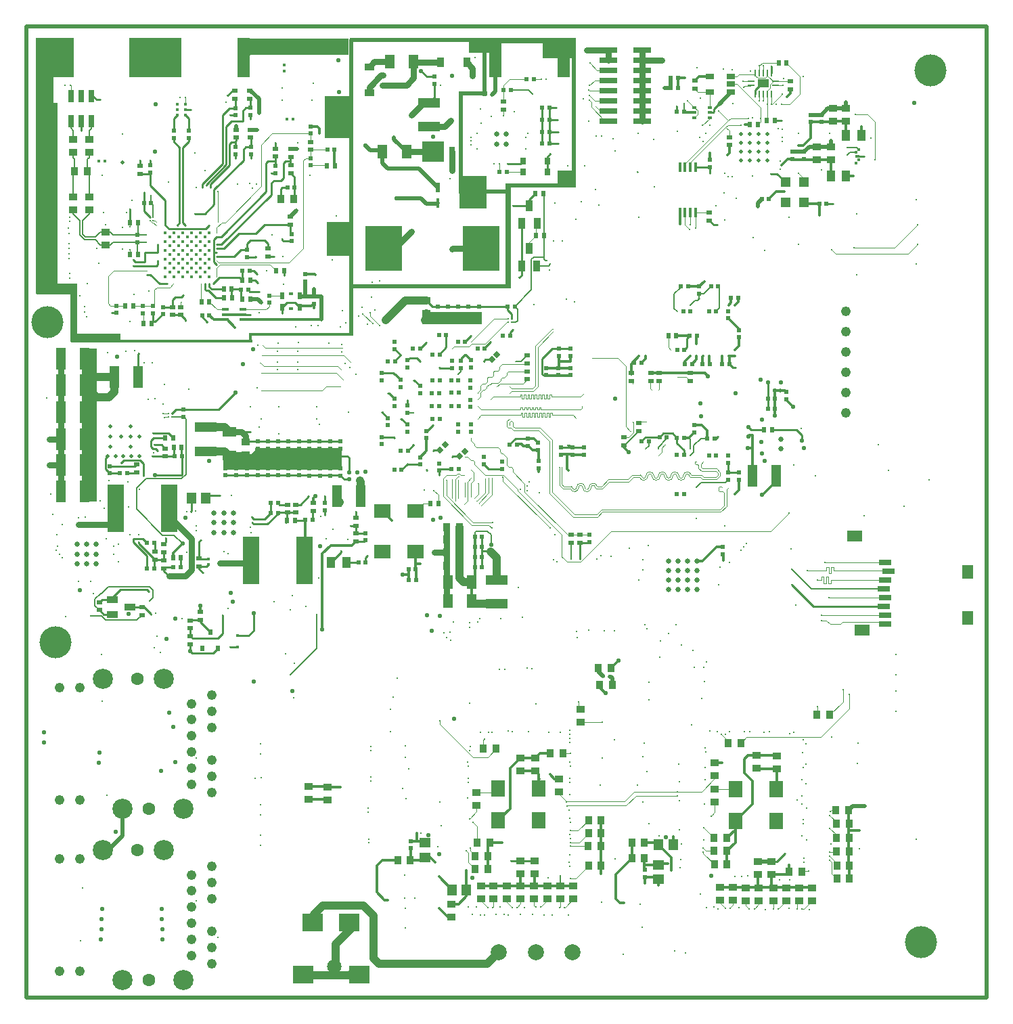
<source format=gbl>
%FSLAX25Y25*%
%MOIN*%
G70*
G01*
G75*
G04 Layer_Physical_Order=12*
G04 Layer_Color=16711680*
%ADD10C,0.01969*%
%ADD11R,0.03543X0.01772*%
%ADD12R,0.18898X0.18898*%
%ADD13R,0.01772X0.01181*%
%ADD14R,0.01181X0.01181*%
%ADD15R,0.01181X0.01772*%
%ADD16R,0.01181X0.01181*%
%ADD17R,0.26772X0.26772*%
%ADD18R,0.02559X0.02165*%
G04:AMPARAMS|DCode=19|XSize=13.78mil|YSize=19.69mil|CornerRadius=0mil|HoleSize=0mil|Usage=FLASHONLY|Rotation=315.000|XOffset=0mil|YOffset=0mil|HoleType=Round|Shape=Rectangle|*
%AMROTATEDRECTD19*
4,1,4,-0.01183,-0.00209,0.00209,0.01183,0.01183,0.00209,-0.00209,-0.01183,-0.01183,-0.00209,0.0*
%
%ADD19ROTATEDRECTD19*%

%ADD20P,0.02784X4X360.0*%
%ADD21R,0.07087X0.02362*%
%ADD22R,0.02362X0.07874*%
%ADD23R,0.06299X0.02165*%
%ADD24R,0.01772X0.01378*%
%ADD25R,0.06299X0.08268*%
%ADD26R,0.05315X0.01575*%
%ADD27R,0.07480X0.07087*%
%ADD28O,0.03150X0.00984*%
%ADD29O,0.00984X0.03150*%
%ADD30R,0.18071X0.04370*%
%ADD31R,0.11181X0.12284*%
%ADD32R,0.05276X0.12284*%
%ADD33R,0.02756X0.01181*%
%ADD34R,0.06221X0.09252*%
%ADD35C,0.00984*%
%ADD36R,0.03347X0.01181*%
%ADD37R,0.01181X0.03347*%
%ADD38R,0.13386X0.13386*%
%ADD39R,0.04528X0.02992*%
%ADD40R,0.03543X0.03937*%
%ADD41R,0.03937X0.03543*%
%ADD42R,0.02362X0.02362*%
%ADD43R,0.00984X0.01575*%
%ADD44R,0.05512X0.01969*%
%ADD45R,0.07284X0.02913*%
%ADD46R,0.23622X0.07874*%
%ADD47R,0.08661X0.20472*%
%ADD48R,0.10984X0.07559*%
%ADD49C,0.05906*%
%ADD50R,0.09449X0.02992*%
%ADD51R,0.06693X0.02795*%
%ADD52R,0.00984X0.01969*%
%ADD53R,0.01969X0.00984*%
%ADD54R,0.09055X0.09055*%
%ADD55R,0.07520X0.02992*%
%ADD56O,0.02953X0.00984*%
%ADD57O,0.00984X0.02953*%
%ADD58R,0.17716X0.17716*%
%ADD59O,0.08268X0.01181*%
%ADD60O,0.01181X0.08268*%
%ADD61R,0.01969X0.01969*%
%ADD62R,0.04724X0.02953*%
%ADD63C,0.01378*%
%ADD64R,0.05906X0.22047*%
%ADD65R,0.06299X0.19291*%
%ADD66R,0.07087X0.04528*%
%ADD67R,0.04528X0.05709*%
%ADD68R,0.01654X0.01811*%
%ADD69R,0.03543X0.01575*%
%ADD70R,0.02441X0.02441*%
%ADD71R,0.02165X0.02559*%
%ADD72R,0.05512X0.03740*%
%ADD73R,0.02441X0.02441*%
%ADD74R,0.04528X0.07087*%
%ADD75R,0.05709X0.04528*%
%ADD76R,0.04528X0.10630*%
%ADD77R,0.01811X0.01654*%
%ADD78R,0.10630X0.04528*%
%ADD79R,0.02362X0.01181*%
%ADD80R,0.01575X0.01575*%
%ADD81R,0.01575X0.01575*%
%ADD82R,0.04134X0.05512*%
%ADD83R,0.05512X0.04134*%
%ADD84R,0.18110X0.22047*%
%ADD85R,0.02795X0.06693*%
%ADD86R,0.01969X0.01969*%
%ADD87R,0.01378X0.01969*%
%ADD88R,0.01969X0.01378*%
%ADD89R,0.03740X0.05512*%
%ADD90R,0.01575X0.00984*%
%ADD91R,0.01969X0.05512*%
%ADD92C,0.01181*%
%ADD93C,0.00453*%
%ADD94C,0.03150*%
%ADD95C,0.00512*%
%ADD96C,0.01000*%
%ADD97C,0.00394*%
%ADD98C,0.01969*%
%ADD99C,0.01378*%
%ADD100C,0.03937*%
%ADD101C,0.00787*%
%ADD102C,0.00784*%
%ADD103C,0.00996*%
%ADD104C,0.01181*%
%ADD105R,0.09941X0.01870*%
%ADD106R,0.14075X0.03740*%
%ADD107R,0.04823X0.07776*%
%ADD108R,0.08268X0.01476*%
%ADD109R,0.12303X0.06004*%
%ADD110R,0.01181X0.00984*%
%ADD111R,0.03543X0.00787*%
%ADD112R,0.06299X0.00394*%
%ADD113R,0.31693X0.08071*%
%ADD114R,0.16535X0.19291*%
%ADD115R,0.08563X0.19291*%
%ADD116R,0.42224X0.07874*%
%ADD117R,0.03740X0.24016*%
%ADD118R,0.14370X0.08760*%
%ADD119R,0.09843X0.11122*%
%ADD120R,0.60335X0.08465*%
%ADD121R,0.05807X0.33169*%
%ADD122R,0.03740X0.41043*%
%ADD123R,0.04429X0.41240*%
%ADD124R,0.92913X0.01870*%
%ADD125R,0.02430X0.17389*%
%ADD126R,0.34449X0.01969*%
%ADD127R,0.03642X0.11417*%
%ADD128R,0.02431X0.00820*%
%ADD129R,0.04134X0.05413*%
%ADD130R,0.30413X0.06496*%
%ADD131R,0.30709X0.06299*%
%ADD132R,0.30315X0.12008*%
%ADD133R,0.40256X0.05807*%
%ADD134R,0.39961X0.06594*%
%ADD135R,0.00886X0.01280*%
%ADD136R,0.19095X0.03937*%
%ADD137R,0.27756X0.05413*%
%ADD138R,0.30315X0.06102*%
%ADD139R,0.30807X0.08268*%
%ADD140R,0.38091X0.05118*%
%ADD141R,0.38287X0.06398*%
%ADD142R,0.04232X0.02854*%
%ADD143R,0.05315X0.10728*%
%ADD144R,0.10531X0.12598*%
%ADD145R,0.07087X0.21752*%
%ADD146R,0.08465X0.02854*%
%ADD147R,0.02362X0.02264*%
%ADD148R,0.04429X0.02756*%
%ADD149R,0.11713X0.02953*%
%ADD150R,0.09843X0.04134*%
%ADD151R,0.04921X0.18504*%
%ADD152R,0.13189X0.03051*%
%ADD153R,0.06594X0.04232*%
%ADD154R,0.14075X0.03839*%
%ADD155R,0.03839X0.08661*%
%ADD156R,0.10728X0.03445*%
%ADD157R,0.02431X1.19587*%
%ADD158R,0.02264X0.05512*%
%ADD159R,0.03347X0.05315*%
%ADD160R,0.68504X0.02165*%
%ADD161R,0.02165X0.76575*%
%ADD162R,0.25098X0.01969*%
%ADD163R,0.02658X0.42618*%
%ADD164R,0.16043X0.02264*%
%ADD165R,0.02461X0.13189*%
%ADD166R,0.78150X0.02461*%
%ADD167R,0.34842X0.01969*%
%ADD168R,0.02264X0.71752*%
%ADD169R,0.11614X0.04035*%
%ADD170R,0.10925X0.14469*%
%ADD171R,0.19193X0.03051*%
%ADD172R,0.17224X0.04528*%
%ADD173R,0.05315X0.93799*%
%ADD174R,0.13386X0.08169*%
%ADD175R,0.08661X0.12402*%
%ADD176R,0.08465X0.09843*%
%ADD177R,0.09153X0.17224*%
%ADD178R,0.14764X0.11122*%
%ADD179R,0.13976X0.11319*%
%ADD180R,0.02854X0.21358*%
%ADD181R,0.15453X0.49409*%
%ADD182R,0.18996X0.06496*%
%ADD183R,0.06791X1.25492*%
%ADD184R,0.09911X0.06594*%
%ADD185C,0.07874*%
%ADD186C,0.09882*%
%ADD187C,0.06299*%
%ADD188C,0.04803*%
%ADD189C,0.15748*%
%ADD190C,0.07087*%
%ADD191C,0.02598*%
%ADD192C,0.01575*%
%ADD193C,0.00591*%
%ADD194C,0.02165*%
%ADD195C,0.04000*%
%ADD196C,0.08071*%
%ADD197C,0.10669*%
%ADD198C,0.05591*%
%ADD199C,0.13386*%
%ADD200C,0.05787*%
%ADD201C,0.02559*%
%ADD202C,0.02362*%
%ADD203C,0.03150*%
%ADD204C,0.02874*%
%ADD205C,0.00642*%
%ADD206R,0.01969X0.02756*%
%ADD207C,0.00787*%
%ADD208R,0.03071X0.03425*%
%ADD209R,0.01969X0.03248*%
%ADD210R,0.01969X0.01693*%
%ADD211R,0.07480X0.05512*%
%ADD212R,0.05906X0.03150*%
%ADD213R,0.05512X0.07087*%
%ADD214R,0.10512X0.10000*%
%ADD215R,0.03000X0.05000*%
%ADD216R,0.03583X0.04803*%
%ADD217R,0.04724X0.03543*%
%ADD218R,0.02992X0.06496*%
%ADD219R,0.07087X0.07874*%
%ADD220R,0.07874X0.07087*%
%ADD221R,0.05079X0.04882*%
%ADD222R,0.03347X0.01378*%
%ADD223R,0.08661X0.02913*%
%ADD224R,0.01772X0.05118*%
%ADD225R,0.02362X0.05118*%
%ADD226R,0.01378X0.05118*%
%ADD227R,0.01969X0.01575*%
%ADD228R,0.03937X0.02756*%
%ADD229R,0.00945X0.03543*%
%ADD230R,0.03543X0.00945*%
%ADD231R,0.05512X0.03937*%
%ADD232R,0.10236X0.08661*%
%ADD233R,0.01614X0.01299*%
%ADD234P,0.03452X4X360.0*%
%ADD235R,0.07874X0.23622*%
%ADD236R,0.03248X0.28937*%
%ADD237R,0.19193X0.05512*%
%ADD238R,0.02658X0.02953*%
%ADD239R,0.02067X0.02559*%
%ADD240R,0.29232X0.06299*%
%ADD241R,0.16965X0.06606*%
%ADD242R,0.41894X0.10102*%
%ADD243R,0.07284X0.75492*%
%ADD244R,0.02658X1.25984*%
%ADD245R,0.89173X0.01476*%
%ADD246R,0.01476X0.04626*%
%ADD247R,0.51476X0.01378*%
%ADD248R,0.02264X1.46260*%
%ADD249R,0.79823X0.01969*%
%ADD250R,0.02559X0.50984*%
%ADD251R,0.25295X0.01969*%
%ADD252R,0.02165X0.50394*%
%ADD253R,0.13878X0.02264*%
%ADD254R,0.02362X0.28051*%
%ADD255R,0.67618X0.02362*%
%ADD256R,0.34842X0.02067*%
%ADD257R,0.02165X0.73032*%
%ADD258R,0.44783X0.02756*%
%ADD259R,0.11811X0.16732*%
%ADD260R,0.12795X0.08071*%
%ADD261R,0.13681X0.20768*%
%ADD262R,0.23622X0.03740*%
%ADD263R,0.03839X0.93898*%
%ADD264R,0.14862X0.06201*%
%ADD265R,0.14764X0.09153*%
%ADD266R,0.13090X0.08366*%
%ADD267R,0.08465X0.07677*%
%ADD268R,0.13386X0.09055*%
%ADD269R,0.06102X1.26181*%
%ADD270R,0.08268X0.19193*%
%ADD271R,0.15846X0.19488*%
%ADD272R,0.41142X0.08268*%
D10*
X366732Y293898D02*
D03*
X35433Y261457D02*
D03*
X39370D02*
D03*
X36909Y266083D02*
D03*
Y271201D02*
D03*
Y276319D02*
D03*
X42224Y271201D02*
D03*
X47244Y261457D02*
D03*
X43307D02*
D03*
X51181D02*
D03*
X46752Y266083D02*
D03*
X46752Y276319D02*
D03*
Y271201D02*
D03*
X51279Y271201D02*
D03*
X347539Y407185D02*
D03*
Y411516D02*
D03*
X351870Y407185D02*
D03*
Y411516D02*
D03*
X347539Y420177D02*
D03*
Y415846D02*
D03*
X351870Y420177D02*
D03*
Y415846D02*
D03*
X356201Y407185D02*
D03*
X360531Y411516D02*
D03*
Y407185D02*
D03*
X356201Y411516D02*
D03*
Y415846D02*
D03*
X360531D02*
D03*
X356201Y420177D02*
D03*
X360531D02*
D03*
X42815Y406201D02*
D03*
D14*
X404232Y406004D02*
D03*
Y411122D02*
D03*
X405413Y407579D02*
D03*
Y412697D02*
D03*
D18*
X31398Y185728D02*
D03*
Y189665D02*
D03*
X52461Y183366D02*
D03*
Y187303D02*
D03*
X125591Y375591D02*
D03*
Y379528D02*
D03*
X106004Y418406D02*
D03*
Y422343D02*
D03*
X51476Y400591D02*
D03*
Y404528D02*
D03*
X105512Y437697D02*
D03*
Y441634D02*
D03*
X118012Y409055D02*
D03*
Y412992D02*
D03*
X125787Y408858D02*
D03*
Y412795D02*
D03*
X114370Y359842D02*
D03*
Y363779D02*
D03*
X98228Y437697D02*
D03*
Y441634D02*
D03*
X67421Y331102D02*
D03*
Y335039D02*
D03*
X230512Y432185D02*
D03*
Y436122D02*
D03*
X71653Y331102D02*
D03*
Y335039D02*
D03*
X135630Y412402D02*
D03*
Y416339D02*
D03*
X289862Y266831D02*
D03*
Y270768D02*
D03*
X297244Y273917D02*
D03*
Y277854D02*
D03*
X303150Y298524D02*
D03*
Y302461D02*
D03*
X307185Y298524D02*
D03*
Y302461D02*
D03*
X322539Y298524D02*
D03*
Y302461D02*
D03*
X293406Y298524D02*
D03*
Y302461D02*
D03*
X63976Y261417D02*
D03*
Y265354D02*
D03*
X49803Y253642D02*
D03*
Y257579D02*
D03*
X63287Y206299D02*
D03*
Y210236D02*
D03*
X63189Y214272D02*
D03*
Y218209D02*
D03*
X58760Y210531D02*
D03*
Y214468D02*
D03*
X136811Y234646D02*
D03*
Y238583D02*
D03*
X128248Y233760D02*
D03*
Y237697D02*
D03*
X124016Y233760D02*
D03*
Y237697D02*
D03*
X80610Y207283D02*
D03*
Y211220D02*
D03*
X157776Y219488D02*
D03*
Y223425D02*
D03*
Y227362D02*
D03*
Y231299D02*
D03*
X76280Y176772D02*
D03*
Y180709D02*
D03*
Y168996D02*
D03*
Y172933D02*
D03*
X81201Y180906D02*
D03*
Y184843D02*
D03*
X125689Y400788D02*
D03*
Y404725D02*
D03*
X98721Y418405D02*
D03*
Y422342D02*
D03*
X242126Y307185D02*
D03*
Y311122D02*
D03*
X242323Y299410D02*
D03*
Y303347D02*
D03*
X268209Y218996D02*
D03*
Y222933D02*
D03*
X263976Y218996D02*
D03*
Y222933D02*
D03*
X341732Y414764D02*
D03*
Y418701D02*
D03*
X331988Y377559D02*
D03*
Y381496D02*
D03*
X371850Y442126D02*
D03*
Y446063D02*
D03*
X324705Y442520D02*
D03*
Y446457D02*
D03*
D40*
X293701Y71063D02*
D03*
X300000D02*
D03*
X19291Y401870D02*
D03*
X25591D02*
D03*
X202590Y207614D02*
D03*
X208890D02*
D03*
X202590Y214110D02*
D03*
X208890D02*
D03*
X202590Y220508D02*
D03*
X208890D02*
D03*
X202669Y226709D02*
D03*
X208968D02*
D03*
X277264Y157185D02*
D03*
X283563D02*
D03*
X277953Y148721D02*
D03*
X284252D02*
D03*
X120965Y388091D02*
D03*
X127264D02*
D03*
X253642Y115355D02*
D03*
X259941D02*
D03*
X272343Y59843D02*
D03*
X278642D02*
D03*
X272244Y69685D02*
D03*
X278543D02*
D03*
X272343Y75886D02*
D03*
X278642D02*
D03*
X272343Y82382D02*
D03*
X278642D02*
D03*
X220669Y117618D02*
D03*
X226969D02*
D03*
X216535Y58071D02*
D03*
X222835D02*
D03*
X217618Y71162D02*
D03*
X223917D02*
D03*
X216634Y64567D02*
D03*
X222933D02*
D03*
X178347Y62697D02*
D03*
X184646D02*
D03*
X371260Y56890D02*
D03*
X377559D02*
D03*
X394685Y60040D02*
D03*
X400984D02*
D03*
X394587Y66732D02*
D03*
X400886D02*
D03*
X394685Y53543D02*
D03*
X400984D02*
D03*
X394488Y73524D02*
D03*
X400787D02*
D03*
X384842Y134055D02*
D03*
X391142D02*
D03*
X394390Y80512D02*
D03*
X400689D02*
D03*
X341043Y120177D02*
D03*
X347342D02*
D03*
X394291Y87106D02*
D03*
X400591D02*
D03*
X334350Y60630D02*
D03*
X340650D02*
D03*
X334252Y73425D02*
D03*
X340551D02*
D03*
X334252Y67225D02*
D03*
X340551D02*
D03*
X293701Y63484D02*
D03*
X300000D02*
D03*
D41*
X384941Y407579D02*
D03*
Y413878D02*
D03*
X103642Y262205D02*
D03*
Y268504D02*
D03*
X192520Y331988D02*
D03*
Y338287D02*
D03*
X238878Y106693D02*
D03*
Y112992D02*
D03*
X246260Y106693D02*
D03*
Y112992D02*
D03*
X245866Y56004D02*
D03*
Y62303D02*
D03*
X238976Y56004D02*
D03*
Y62303D02*
D03*
X143701Y92126D02*
D03*
Y98425D02*
D03*
X134646Y92421D02*
D03*
Y98721D02*
D03*
X355217Y107776D02*
D03*
Y114075D02*
D03*
X365087Y107579D02*
D03*
Y113878D02*
D03*
X362598Y55610D02*
D03*
Y61910D02*
D03*
X355807Y55610D02*
D03*
Y61910D02*
D03*
X26378Y382973D02*
D03*
Y389272D02*
D03*
X26378Y411319D02*
D03*
Y417618D02*
D03*
X18504Y382973D02*
D03*
Y389272D02*
D03*
X18504Y411319D02*
D03*
Y417618D02*
D03*
X399311Y426575D02*
D03*
Y432874D02*
D03*
X392913Y426575D02*
D03*
Y432874D02*
D03*
X391831Y407579D02*
D03*
Y413878D02*
D03*
X34449Y365650D02*
D03*
Y371949D02*
D03*
X257874Y96260D02*
D03*
Y102559D02*
D03*
X268406Y130610D02*
D03*
Y136909D02*
D03*
X217224Y89469D02*
D03*
Y95768D02*
D03*
X258653Y43504D02*
D03*
Y49803D02*
D03*
X245669Y43504D02*
D03*
Y49803D02*
D03*
X232283Y43504D02*
D03*
Y49803D02*
D03*
X219579Y43504D02*
D03*
Y49803D02*
D03*
X264961Y43504D02*
D03*
Y49803D02*
D03*
X252067Y43504D02*
D03*
Y49803D02*
D03*
X238976Y43504D02*
D03*
Y49803D02*
D03*
X225484Y43504D02*
D03*
Y49803D02*
D03*
X204823Y34646D02*
D03*
Y40945D02*
D03*
X334547Y104134D02*
D03*
Y110433D02*
D03*
Y91240D02*
D03*
Y97540D02*
D03*
X376083Y42717D02*
D03*
Y49016D02*
D03*
X363484Y42717D02*
D03*
Y49016D02*
D03*
X349902Y42717D02*
D03*
Y49016D02*
D03*
X337205Y42913D02*
D03*
Y49213D02*
D03*
X382579Y42717D02*
D03*
Y49016D02*
D03*
X369882Y42717D02*
D03*
Y49016D02*
D03*
X356201Y42717D02*
D03*
Y49016D02*
D03*
X343602Y42913D02*
D03*
Y49213D02*
D03*
D65*
X260039Y457772D02*
D03*
X226539D02*
D03*
X49213Y457870D02*
D03*
X15713D02*
D03*
X102461D02*
D03*
X68961D02*
D03*
D66*
X95472Y261811D02*
D03*
Y273622D02*
D03*
D67*
X205217Y48032D02*
D03*
X212303D02*
D03*
X306984Y70071D02*
D03*
X314071D02*
D03*
X76772Y240748D02*
D03*
X83858D02*
D03*
D68*
X85138Y208248D02*
D03*
Y210846D02*
D03*
D70*
X72933Y281004D02*
D03*
Y284547D02*
D03*
X39862Y332087D02*
D03*
Y335630D02*
D03*
X52756Y331988D02*
D03*
Y335532D02*
D03*
X57776Y331988D02*
D03*
Y335532D02*
D03*
X135630Y420472D02*
D03*
Y424016D02*
D03*
X135630Y404725D02*
D03*
Y408268D02*
D03*
X104331Y252067D02*
D03*
Y255610D02*
D03*
X98957Y252067D02*
D03*
Y255610D02*
D03*
X93504Y252067D02*
D03*
Y255610D02*
D03*
X183071Y273622D02*
D03*
Y277165D02*
D03*
X176772Y286319D02*
D03*
Y289862D02*
D03*
X189370Y257480D02*
D03*
Y261024D02*
D03*
X170472Y267421D02*
D03*
Y270965D02*
D03*
X192421Y270473D02*
D03*
Y274016D02*
D03*
X183268Y282973D02*
D03*
Y286516D02*
D03*
X179921Y295571D02*
D03*
Y299114D02*
D03*
X242457Y266646D02*
D03*
Y270189D02*
D03*
X247673Y264579D02*
D03*
Y268122D02*
D03*
X263520Y301390D02*
D03*
Y304933D02*
D03*
X257614Y301390D02*
D03*
Y304933D02*
D03*
X251551Y301390D02*
D03*
Y304933D02*
D03*
X247772Y255720D02*
D03*
Y259264D02*
D03*
X264602Y262315D02*
D03*
Y265858D02*
D03*
X263520Y311035D02*
D03*
Y314579D02*
D03*
X257811Y311035D02*
D03*
Y314579D02*
D03*
X258894Y262315D02*
D03*
Y265858D02*
D03*
X170472Y299016D02*
D03*
Y302559D02*
D03*
X173524Y276772D02*
D03*
Y280315D02*
D03*
X189370Y292618D02*
D03*
Y296161D02*
D03*
X270114Y262315D02*
D03*
Y265858D02*
D03*
X213224Y331662D02*
D03*
Y335205D02*
D03*
X183071Y305217D02*
D03*
Y308760D02*
D03*
X218406Y331693D02*
D03*
Y335236D02*
D03*
X220866Y257579D02*
D03*
Y261122D02*
D03*
X214567Y305217D02*
D03*
Y308760D02*
D03*
X176969Y314272D02*
D03*
Y317815D02*
D03*
X208157Y331693D02*
D03*
Y335236D02*
D03*
X203150Y331594D02*
D03*
Y335138D02*
D03*
X198130Y331693D02*
D03*
Y335236D02*
D03*
X205118Y304921D02*
D03*
Y308465D02*
D03*
X209547Y304921D02*
D03*
Y308465D02*
D03*
X198819Y254429D02*
D03*
Y257972D02*
D03*
X229724Y255217D02*
D03*
Y258760D02*
D03*
X369980Y289567D02*
D03*
Y293110D02*
D03*
X129787Y252079D02*
D03*
Y255622D02*
D03*
X124669Y252177D02*
D03*
Y255720D02*
D03*
X145043Y265366D02*
D03*
Y268909D02*
D03*
X150260Y265366D02*
D03*
Y268909D02*
D03*
X119622Y252055D02*
D03*
Y255598D02*
D03*
X214567Y273622D02*
D03*
Y277165D02*
D03*
X109512Y265268D02*
D03*
Y268811D02*
D03*
X114630Y265268D02*
D03*
Y268811D02*
D03*
X119650Y265268D02*
D03*
Y268811D02*
D03*
X214323Y285795D02*
D03*
Y289338D02*
D03*
Y295343D02*
D03*
Y298886D02*
D03*
X124669Y265268D02*
D03*
Y268811D02*
D03*
X129689Y265268D02*
D03*
Y268811D02*
D03*
X134906Y265268D02*
D03*
Y268811D02*
D03*
X139925Y265268D02*
D03*
Y268811D02*
D03*
X114504Y252055D02*
D03*
Y255598D02*
D03*
X109386Y252055D02*
D03*
Y255598D02*
D03*
X145177Y251870D02*
D03*
Y255413D02*
D03*
X140024Y251882D02*
D03*
Y255425D02*
D03*
X135004Y251980D02*
D03*
Y255523D02*
D03*
X150295Y251870D02*
D03*
Y255413D02*
D03*
X208268Y273524D02*
D03*
Y277067D02*
D03*
X338583Y213189D02*
D03*
Y216732D02*
D03*
X324606Y273327D02*
D03*
Y276870D02*
D03*
X326969Y341536D02*
D03*
Y345079D02*
D03*
X341339Y329429D02*
D03*
Y332973D02*
D03*
X346457Y320079D02*
D03*
Y323622D02*
D03*
X341339Y258366D02*
D03*
Y261910D02*
D03*
X341240Y249902D02*
D03*
Y253445D02*
D03*
X346457Y249902D02*
D03*
Y253445D02*
D03*
X184941Y68406D02*
D03*
Y71949D02*
D03*
X300295Y54331D02*
D03*
Y57874D02*
D03*
X36614Y253150D02*
D03*
Y256693D02*
D03*
X142618Y234941D02*
D03*
Y238484D02*
D03*
X162500Y220079D02*
D03*
Y223622D02*
D03*
X196457Y444980D02*
D03*
Y448524D02*
D03*
X68012Y418209D02*
D03*
Y421752D02*
D03*
X75492Y418209D02*
D03*
Y421752D02*
D03*
X106299Y410335D02*
D03*
Y413878D02*
D03*
X56496Y401181D02*
D03*
Y404724D02*
D03*
X126083Y367421D02*
D03*
Y370965D02*
D03*
X106004Y429528D02*
D03*
Y433071D02*
D03*
X104134Y359646D02*
D03*
Y363189D02*
D03*
X118307Y400886D02*
D03*
Y404429D02*
D03*
X98425Y429429D02*
D03*
Y432972D02*
D03*
X98622Y410335D02*
D03*
Y413878D02*
D03*
X62795Y331496D02*
D03*
Y335039D02*
D03*
X132776Y347540D02*
D03*
Y351083D02*
D03*
X115059Y337106D02*
D03*
Y340650D02*
D03*
X137106Y336713D02*
D03*
Y340256D02*
D03*
X50197Y367028D02*
D03*
Y370571D02*
D03*
X272835Y219291D02*
D03*
Y222834D02*
D03*
X332185Y404036D02*
D03*
Y407579D02*
D03*
X387008Y426083D02*
D03*
Y429626D02*
D03*
X381693Y426083D02*
D03*
Y429626D02*
D03*
X378642Y407874D02*
D03*
Y411417D02*
D03*
X372933Y407874D02*
D03*
Y411417D02*
D03*
D71*
X46457Y376673D02*
D03*
X50394D02*
D03*
X101969Y338878D02*
D03*
X105906D02*
D03*
X101772Y348228D02*
D03*
X105709D02*
D03*
X46457Y360925D02*
D03*
X50394D02*
D03*
X118504Y352953D02*
D03*
X122441D02*
D03*
X44291Y335532D02*
D03*
X48228D02*
D03*
X53149Y326870D02*
D03*
X57087D02*
D03*
X143504Y404528D02*
D03*
X147441D02*
D03*
X311713Y320866D02*
D03*
X315650D02*
D03*
X68012Y266043D02*
D03*
X71949D02*
D03*
X63878Y270669D02*
D03*
X67815D02*
D03*
X67716Y211614D02*
D03*
X71653D02*
D03*
X123917Y229724D02*
D03*
X127854D02*
D03*
X358957Y274508D02*
D03*
X362894D02*
D03*
X246457Y370177D02*
D03*
X250394D02*
D03*
X246162Y390846D02*
D03*
X250098D02*
D03*
X92815Y339666D02*
D03*
X96752D02*
D03*
X92716Y343898D02*
D03*
X96653D02*
D03*
X81693Y337599D02*
D03*
X85630D02*
D03*
X194488Y238189D02*
D03*
X198425D02*
D03*
X366043Y455217D02*
D03*
X369980D02*
D03*
X360236Y426772D02*
D03*
X364173D02*
D03*
X351968Y424902D02*
D03*
X355905D02*
D03*
D72*
X37795Y183465D02*
D03*
Y190945D02*
D03*
X46457Y187205D02*
D03*
D73*
X143701Y412402D02*
D03*
X147244D02*
D03*
X195473Y298917D02*
D03*
X199016D02*
D03*
X233500Y267335D02*
D03*
X237043D02*
D03*
X176772Y254724D02*
D03*
X180315D02*
D03*
X179823Y264272D02*
D03*
X183366D02*
D03*
X216437Y206988D02*
D03*
X219980D02*
D03*
X185925Y314665D02*
D03*
X189469D02*
D03*
X195669Y311516D02*
D03*
X199213D02*
D03*
X230315Y320965D02*
D03*
X233858D02*
D03*
X217717Y314567D02*
D03*
X221260D02*
D03*
X216437Y212008D02*
D03*
X219980D02*
D03*
X173622Y308366D02*
D03*
X177165D02*
D03*
X198721Y321260D02*
D03*
X202264D02*
D03*
X216437Y221996D02*
D03*
X219980D02*
D03*
X216437Y217008D02*
D03*
X219980D02*
D03*
X208071Y317815D02*
D03*
X211614D02*
D03*
X204823Y255118D02*
D03*
X208366D02*
D03*
X204921Y292815D02*
D03*
X208465D02*
D03*
X204921Y286221D02*
D03*
X208465D02*
D03*
X204725Y298917D02*
D03*
X208268D02*
D03*
X195327Y286189D02*
D03*
X198870D02*
D03*
X195228Y292488D02*
D03*
X198772D02*
D03*
X195571Y280020D02*
D03*
X199114D02*
D03*
X315945Y270669D02*
D03*
X319488D02*
D03*
X332677Y345177D02*
D03*
X336220D02*
D03*
X317815D02*
D03*
X321358D02*
D03*
X319095Y332874D02*
D03*
X322638D02*
D03*
X331693D02*
D03*
X335236D02*
D03*
X342520Y339666D02*
D03*
X346063D02*
D03*
X319882Y306890D02*
D03*
X323425D02*
D03*
X328642D02*
D03*
X332185D02*
D03*
X294980Y307677D02*
D03*
X298524D02*
D03*
X316043Y313977D02*
D03*
X319587D02*
D03*
X338189Y306988D02*
D03*
X341732D02*
D03*
X322244Y320866D02*
D03*
X325787D02*
D03*
X330807Y270374D02*
D03*
X334350D02*
D03*
X315945Y262106D02*
D03*
X319488D02*
D03*
X331693Y261910D02*
D03*
X335236D02*
D03*
X307382Y270768D02*
D03*
X310925D02*
D03*
X298524Y268898D02*
D03*
X302067D02*
D03*
X315945Y243012D02*
D03*
X319488D02*
D03*
X249606Y415650D02*
D03*
X253150D02*
D03*
X249606Y421358D02*
D03*
X253150D02*
D03*
X249606Y427165D02*
D03*
X253150D02*
D03*
X249606Y433169D02*
D03*
X253150D02*
D03*
X241929Y447146D02*
D03*
X245472D02*
D03*
X230512Y442028D02*
D03*
X234055D02*
D03*
X228543Y401673D02*
D03*
X232087D02*
D03*
X68602Y261417D02*
D03*
X72146D02*
D03*
X41634Y253150D02*
D03*
X45177D02*
D03*
X67913Y206988D02*
D03*
X71457D02*
D03*
X54823Y218898D02*
D03*
X58366D02*
D03*
X54921Y206201D02*
D03*
X58464D02*
D03*
X132874Y230118D02*
D03*
X136417D02*
D03*
X115847Y238484D02*
D03*
X119390D02*
D03*
X115847Y233465D02*
D03*
X119390D02*
D03*
X159055Y209252D02*
D03*
X162598D02*
D03*
X360728Y284744D02*
D03*
X364272D02*
D03*
X360728Y289764D02*
D03*
X364272D02*
D03*
X101181Y343602D02*
D03*
X104724D02*
D03*
X124016Y393799D02*
D03*
X127559D02*
D03*
X101969Y352854D02*
D03*
X105512D02*
D03*
X82087Y331004D02*
D03*
X85630D02*
D03*
X183760Y205807D02*
D03*
X187303D02*
D03*
X183858Y200689D02*
D03*
X187401D02*
D03*
X357677Y388189D02*
D03*
X361220D02*
D03*
X386122Y385925D02*
D03*
X389665D02*
D03*
X315846Y431102D02*
D03*
X319390D02*
D03*
X312894Y442815D02*
D03*
X316437D02*
D03*
X312894Y448032D02*
D03*
X316437D02*
D03*
X53445Y386221D02*
D03*
X56988D02*
D03*
X232480Y335236D02*
D03*
X236024D02*
D03*
D74*
X174508Y455905D02*
D03*
X186319D02*
D03*
X203150Y190059D02*
D03*
X214961D02*
D03*
X203150Y199705D02*
D03*
X214961D02*
D03*
X170866Y411614D02*
D03*
X182677D02*
D03*
D75*
X191831Y63976D02*
D03*
Y71063D02*
D03*
X306988Y53248D02*
D03*
Y60335D02*
D03*
D76*
X353150Y251870D02*
D03*
X364961D02*
D03*
X12500Y269980D02*
D03*
X24311D02*
D03*
X12500Y283366D02*
D03*
X24311D02*
D03*
X12500Y296457D02*
D03*
X24311D02*
D03*
X12402Y309547D02*
D03*
X24213D02*
D03*
X12500Y257087D02*
D03*
X24311D02*
D03*
X12500Y244094D02*
D03*
X24311D02*
D03*
X148523Y241732D02*
D03*
X160335D02*
D03*
X38681Y300492D02*
D03*
X50492D02*
D03*
D78*
X193799Y423819D02*
D03*
Y435630D02*
D03*
X227264Y188779D02*
D03*
Y200591D02*
D03*
X83760Y263976D02*
D03*
Y275787D02*
D03*
D79*
X404823Y409350D02*
D03*
D80*
X99508Y167618D02*
D03*
Y173130D02*
D03*
D82*
X145669Y209154D02*
D03*
X153150D02*
D03*
X391831Y399508D02*
D03*
X399311D02*
D03*
X399311Y419390D02*
D03*
X406791D02*
D03*
D84*
X171457Y363976D02*
D03*
X219488D02*
D03*
D89*
X247047Y376181D02*
D03*
X239567D02*
D03*
X243307Y384843D02*
D03*
X246949Y355315D02*
D03*
X239468D02*
D03*
X243209Y363977D02*
D03*
D92*
X399803Y413681D02*
D03*
Y409842D02*
D03*
X44685Y381595D02*
D03*
X24213Y332677D02*
D03*
X16732Y349114D02*
D03*
X16634Y361122D02*
D03*
X16535Y363779D02*
D03*
X16634Y371358D02*
D03*
X16732Y377166D02*
D03*
X263090Y65354D02*
D03*
X415256Y267126D02*
D03*
X348819Y216732D02*
D03*
X350295Y218406D02*
D03*
X347441Y215256D02*
D03*
X427854Y236910D02*
D03*
X420079Y254429D02*
D03*
X440158Y249803D02*
D03*
X391732Y70669D02*
D03*
X391142Y64469D02*
D03*
X23228Y49016D02*
D03*
X22047Y22736D02*
D03*
X32776Y140748D02*
D03*
X263583Y71358D02*
D03*
X35335Y94587D02*
D03*
X260236Y452949D02*
D03*
X216531Y457870D02*
D03*
X408563Y89075D02*
D03*
X433858Y387992D02*
D03*
X433957Y73032D02*
D03*
X199646Y444153D02*
D03*
X58563Y457870D02*
D03*
X351476Y38681D02*
D03*
X354035D02*
D03*
X89862Y24409D02*
D03*
X339862Y38976D02*
D03*
X342224D02*
D03*
X375295Y38681D02*
D03*
X377362D02*
D03*
X79137Y42719D02*
D03*
X365748Y38484D02*
D03*
X363484D02*
D03*
X108169Y462598D02*
D03*
X9843Y452559D02*
D03*
X110039Y332185D02*
D03*
X138484Y285925D02*
D03*
X154232Y283268D02*
D03*
X159252Y330709D02*
D03*
X167028Y333465D02*
D03*
X150295Y325295D02*
D03*
X128051Y325197D02*
D03*
X109350Y316142D02*
D03*
X301870Y217717D02*
D03*
X276476Y210827D02*
D03*
X315354Y178445D02*
D03*
X300295D02*
D03*
X329134Y157480D02*
D03*
X324410D02*
D03*
X242323Y157087D02*
D03*
X228445Y156398D02*
D03*
X217815Y179823D02*
D03*
X213681Y179626D02*
D03*
X202362Y172146D02*
D03*
X79035Y393996D02*
D03*
X106890Y393602D02*
D03*
X65551Y396555D02*
D03*
X122047Y346260D02*
D03*
X113976Y352756D02*
D03*
X157874Y301772D02*
D03*
X119882Y285728D02*
D03*
X105709Y285827D02*
D03*
X139075Y325984D02*
D03*
X135728Y325984D02*
D03*
X163386Y326476D02*
D03*
X144390Y317224D02*
D03*
X150984Y312992D02*
D03*
X150886Y316634D02*
D03*
X154921Y305217D02*
D03*
X152559Y307185D02*
D03*
X110335Y275886D02*
D03*
X139961Y277264D02*
D03*
X138583Y279823D02*
D03*
X111221D02*
D03*
X109153Y295374D02*
D03*
X129232Y304331D02*
D03*
X119291D02*
D03*
X129232Y307874D02*
D03*
X119291Y307776D02*
D03*
Y313091D02*
D03*
X129331Y313090D02*
D03*
X119390Y317323D02*
D03*
X121850Y359744D02*
D03*
X201279Y174705D02*
D03*
X253248Y353248D02*
D03*
X71063Y438307D02*
D03*
X14370Y444291D02*
D03*
X99410Y395669D02*
D03*
X108858Y395472D02*
D03*
X105610Y395768D02*
D03*
X116535Y370472D02*
D03*
X129528Y317618D02*
D03*
X73701Y438307D02*
D03*
X17323Y444291D02*
D03*
X58563Y167126D02*
D03*
X61614Y164862D02*
D03*
X32579Y163878D02*
D03*
X296752Y420472D02*
D03*
X269685Y437697D02*
D03*
X94587Y439173D02*
D03*
X110039Y430610D02*
D03*
X76477Y432185D02*
D03*
X348819Y443307D02*
D03*
X367520Y434941D02*
D03*
X340846Y410039D02*
D03*
X337303Y206988D02*
D03*
X336614Y198327D02*
D03*
X140650Y231988D02*
D03*
X106791Y228937D02*
D03*
X106496Y231693D02*
D03*
X106102Y223917D02*
D03*
X105807Y226575D02*
D03*
X38484Y213386D02*
D03*
X79232Y227067D02*
D03*
X384260Y251762D02*
D03*
X321260Y436713D02*
D03*
X404665Y350945D02*
D03*
X339665Y227264D02*
D03*
X325394Y230807D02*
D03*
X222827Y39378D02*
D03*
X164173Y71063D02*
D03*
X225098Y39378D02*
D03*
X164173Y72965D02*
D03*
X246449Y39469D02*
D03*
X165059Y101673D02*
D03*
X248721Y39469D02*
D03*
X165059Y103575D02*
D03*
X237008Y39280D02*
D03*
X163976Y88221D02*
D03*
X234736Y39280D02*
D03*
X163976Y86319D02*
D03*
X260531Y39378D02*
D03*
X165157Y118437D02*
D03*
X258260Y39378D02*
D03*
X165157Y116536D02*
D03*
X433760Y356201D02*
D03*
X404567Y380945D02*
D03*
X434449Y365748D02*
D03*
X392028Y363189D02*
D03*
X434646Y375492D02*
D03*
X403150Y364075D02*
D03*
X411516Y418110D02*
D03*
X413484Y407579D02*
D03*
X403839Y429921D02*
D03*
X196260Y244685D02*
D03*
X275689Y392913D02*
D03*
X268996Y387008D02*
D03*
X277658Y385138D02*
D03*
X59153Y184154D02*
D03*
X56890Y183661D02*
D03*
X27264Y182776D02*
D03*
X56102Y190354D02*
D03*
X32579Y193898D02*
D03*
X55709Y194980D02*
D03*
X28543Y193996D02*
D03*
X127067Y142421D02*
D03*
X14764Y182579D02*
D03*
X138583Y183661D02*
D03*
X377756Y115453D02*
D03*
X279134Y112795D02*
D03*
X125492Y153937D02*
D03*
X251870Y357776D02*
D03*
X253642Y356102D02*
D03*
X133071Y187500D02*
D03*
X94784Y186516D02*
D03*
X377264Y275098D02*
D03*
X117618Y189961D02*
D03*
X146555Y225590D02*
D03*
X72047Y181595D02*
D03*
X123228Y164272D02*
D03*
X126575Y192815D02*
D03*
X59744Y173031D02*
D03*
X95768Y167717D02*
D03*
X125591Y186024D02*
D03*
X127657Y159449D02*
D03*
X92323Y183169D02*
D03*
X335996Y125858D02*
D03*
X339961Y124409D02*
D03*
X341902Y125815D02*
D03*
X349114Y125886D02*
D03*
X351744Y126012D02*
D03*
X358957Y125492D02*
D03*
X371429Y124776D02*
D03*
X373398Y125618D02*
D03*
X378055Y121847D02*
D03*
X379531Y110036D02*
D03*
X378252Y108067D02*
D03*
X377457Y102162D02*
D03*
X377563Y94288D02*
D03*
X377661Y90351D02*
D03*
X378153Y82477D02*
D03*
X378146Y80508D02*
D03*
X377464Y74603D02*
D03*
X378445Y63681D02*
D03*
X378346Y61516D02*
D03*
X381201Y38189D02*
D03*
X371555Y52756D02*
D03*
X366535Y52854D02*
D03*
X350886Y54724D02*
D03*
X347807Y54500D02*
D03*
X344488Y54429D02*
D03*
X336221Y38484D02*
D03*
X330512Y39272D02*
D03*
X317028Y77658D02*
D03*
X329524Y90351D02*
D03*
X317224Y91732D02*
D03*
Y101083D02*
D03*
X329720Y102162D02*
D03*
X329721Y108067D02*
D03*
X330016Y115941D02*
D03*
X329918Y117910D02*
D03*
X323201Y129063D02*
D03*
X219087Y125598D02*
D03*
X223024Y125697D02*
D03*
X224992Y125681D02*
D03*
X234835Y125894D02*
D03*
X242709Y125894D02*
D03*
X252756Y125689D02*
D03*
X258661D02*
D03*
X263289Y126559D02*
D03*
X263335Y124555D02*
D03*
X263240Y122587D02*
D03*
X263335Y110776D02*
D03*
X263433Y108807D02*
D03*
X263338Y102902D02*
D03*
X278051Y99508D02*
D03*
X263335Y83217D02*
D03*
X263433Y81248D02*
D03*
X263240Y75343D02*
D03*
X262941Y61563D02*
D03*
X263039Y59595D02*
D03*
X262394Y35441D02*
D03*
X254520Y35622D02*
D03*
X250583Y35622D02*
D03*
X244677Y35736D02*
D03*
X238772Y35917D02*
D03*
X232866Y35441D02*
D03*
X230898Y35736D02*
D03*
X226961Y35721D02*
D03*
X221055Y35539D02*
D03*
X219087Y35638D02*
D03*
X215059Y35728D02*
D03*
X199803Y79429D02*
D03*
X199264Y91091D02*
D03*
X212941Y93059D02*
D03*
X213142Y100933D02*
D03*
X213141Y102902D02*
D03*
X213240Y108807D02*
D03*
X213831Y116681D02*
D03*
X214024Y118650D02*
D03*
X143110Y220768D02*
D03*
X142618Y232480D02*
D03*
Y242028D02*
D03*
X151083Y238386D02*
D03*
X153740Y220472D02*
D03*
X163583Y212697D02*
D03*
X157776Y234350D02*
D03*
X155315Y227362D02*
D03*
X150591Y214764D02*
D03*
X74409Y234154D02*
D03*
X78839Y234547D02*
D03*
X76673Y234350D02*
D03*
X94685Y213484D02*
D03*
X92716Y214567D02*
D03*
X96653Y242126D02*
D03*
X90748Y242323D02*
D03*
X79134Y224803D02*
D03*
X82480Y204134D02*
D03*
X74410Y214370D02*
D03*
X81496Y220374D02*
D03*
X139567Y201575D02*
D03*
X134449Y241732D02*
D03*
X38583Y217323D02*
D03*
X27165Y199902D02*
D03*
X21250Y199890D02*
D03*
X10728Y217323D02*
D03*
X21260Y231299D02*
D03*
X24508Y231693D02*
D03*
X10433Y222835D02*
D03*
X13287Y228051D02*
D03*
X34744Y220965D02*
D03*
X64173Y221161D02*
D03*
X46555Y222736D02*
D03*
X50787D02*
D03*
X40945Y209646D02*
D03*
Y218110D02*
D03*
X13178Y211406D02*
D03*
X48130Y219390D02*
D03*
X11811Y213189D02*
D03*
X50886Y219291D02*
D03*
X42314Y258259D02*
D03*
X53248Y251772D02*
D03*
X36024Y249705D02*
D03*
X33957Y236024D02*
D03*
X45866Y236614D02*
D03*
X57972Y272736D02*
D03*
X60236Y264370D02*
D03*
X47638Y253150D02*
D03*
X35531Y312500D02*
D03*
X51083Y245177D02*
D03*
X58169Y263386D02*
D03*
X45374Y248917D02*
D03*
X58366Y267224D02*
D03*
X57382Y261417D02*
D03*
X169390Y347736D02*
D03*
X304626Y417717D02*
D03*
X406791Y424016D02*
D03*
X399311Y435925D02*
D03*
X375886Y414665D02*
D03*
X402953Y399508D02*
D03*
X391831Y417028D02*
D03*
X367618Y404823D02*
D03*
X319685Y448032D02*
D03*
X359154Y362992D02*
D03*
X315846Y433760D02*
D03*
X392815Y385925D02*
D03*
X408169Y409350D02*
D03*
X367914Y439961D02*
D03*
X375787Y400886D02*
D03*
X335138Y384941D02*
D03*
X345079Y388681D02*
D03*
X327067Y418602D02*
D03*
X328839Y416437D02*
D03*
X262205Y404429D02*
D03*
X219094Y432579D02*
D03*
X256594Y433169D02*
D03*
X257579Y415650D02*
D03*
X257480Y421358D02*
D03*
X257087Y427165D02*
D03*
X241437Y412795D02*
D03*
X217421D02*
D03*
X225689Y405610D02*
D03*
X224606Y429035D02*
D03*
X244882Y439862D02*
D03*
X235925Y431201D02*
D03*
X241634Y418701D02*
D03*
X232480Y405709D02*
D03*
X217520Y420669D02*
D03*
X228543Y405610D02*
D03*
X230512Y429331D02*
D03*
X32701Y400024D02*
D03*
X46654Y383071D02*
D03*
X42815Y420079D02*
D03*
X93996Y435728D02*
D03*
X135236Y399902D02*
D03*
X129035Y416043D02*
D03*
X51476Y407185D02*
D03*
X109055Y422343D02*
D03*
X98721Y424311D02*
D03*
X16732Y351575D02*
D03*
X16634Y358760D02*
D03*
X16535Y366339D02*
D03*
X16142Y373917D02*
D03*
X16732Y379134D02*
D03*
X55709Y342961D02*
D03*
X58956Y327764D02*
D03*
X73721Y328150D02*
D03*
X109350Y347047D02*
D03*
X122441Y350492D02*
D03*
X117520Y359842D02*
D03*
X128543Y382481D02*
D03*
X128839Y412795D02*
D03*
X118012Y415945D02*
D03*
X151083Y333268D02*
D03*
X121653Y368406D02*
D03*
X84646Y327559D02*
D03*
X78642Y411024D02*
D03*
X98327Y324882D02*
D03*
X105807Y331299D02*
D03*
X121653Y331988D02*
D03*
X110138Y342717D02*
D03*
X109153Y351181D02*
D03*
X108563Y359744D02*
D03*
X121555Y393799D02*
D03*
X116240Y400886D02*
D03*
X95965Y429429D02*
D03*
X106004Y427461D02*
D03*
X106299Y408366D02*
D03*
X98622Y408268D02*
D03*
X46654Y327953D02*
D03*
X47343Y387697D02*
D03*
X33661Y381398D02*
D03*
X34449Y375689D02*
D03*
X30315Y363878D02*
D03*
X31299Y356496D02*
D03*
X56496Y407185D02*
D03*
X25098Y330315D02*
D03*
X25492Y346555D02*
D03*
X21752Y340650D02*
D03*
X86122Y393799D02*
D03*
X84055Y394882D02*
D03*
X78666Y380831D02*
D03*
X87992Y385433D02*
D03*
X82185Y393799D02*
D03*
X83464Y402166D02*
D03*
X89764Y391732D02*
D03*
X139862Y420669D02*
D03*
X137205Y343996D02*
D03*
X152854Y327264D02*
D03*
X165847Y347244D02*
D03*
X165453Y339862D02*
D03*
X137697Y350886D02*
D03*
X137106Y334547D02*
D03*
X329228Y72634D02*
D03*
X327559Y45866D02*
D03*
X334028Y39496D02*
D03*
X346654Y39075D02*
D03*
X359350Y38386D02*
D03*
X371162Y38878D02*
D03*
X379721Y72634D02*
D03*
X379721Y88382D02*
D03*
X379524Y100193D02*
D03*
X379425Y119878D02*
D03*
X332059Y126110D02*
D03*
X361587Y126012D02*
D03*
X316728Y110036D02*
D03*
X297933Y40945D02*
D03*
X186957Y43949D02*
D03*
X181693Y43996D02*
D03*
X212941Y110776D02*
D03*
X198228Y69193D02*
D03*
X213181Y39477D02*
D03*
X217118Y39477D02*
D03*
X228929Y39461D02*
D03*
X240740Y39280D02*
D03*
X252658Y53937D02*
D03*
X263484Y73327D02*
D03*
X262795Y87303D02*
D03*
X263335Y100933D02*
D03*
X263290Y120661D02*
D03*
X246358Y139469D02*
D03*
X213878Y139961D02*
D03*
X176280Y142913D02*
D03*
X139173Y92421D02*
D03*
X150295Y98425D02*
D03*
X215650Y81201D02*
D03*
X213780Y82973D02*
D03*
X180708Y98022D02*
D03*
X229724Y71162D02*
D03*
X214075Y68406D02*
D03*
X285433Y63288D02*
D03*
X249803Y115355D02*
D03*
X263583Y115158D02*
D03*
X285236Y121851D02*
D03*
X278937Y42028D02*
D03*
X253346Y104823D02*
D03*
X278642Y56004D02*
D03*
X263484Y53642D02*
D03*
X263583Y69390D02*
D03*
X263484Y77362D02*
D03*
X212008Y67323D02*
D03*
X187992Y75886D02*
D03*
X189862Y75788D02*
D03*
X212303Y57579D02*
D03*
X198917Y38878D02*
D03*
X198819Y54429D02*
D03*
X196850Y61516D02*
D03*
X173622Y43012D02*
D03*
X181693Y55217D02*
D03*
X182283Y29232D02*
D03*
Y38976D02*
D03*
X178051Y152165D02*
D03*
X242569Y106693D02*
D03*
X391240Y62599D02*
D03*
X405217Y120276D02*
D03*
X405905Y77166D02*
D03*
X405807Y68110D02*
D03*
X391339Y66634D02*
D03*
X391240Y78347D02*
D03*
X391339Y84449D02*
D03*
X391437Y86516D02*
D03*
X328937Y66634D02*
D03*
X344705Y71378D02*
D03*
X328937Y68504D02*
D03*
X329134Y78543D02*
D03*
X307087Y74508D02*
D03*
X317622Y58855D02*
D03*
X317819Y62792D02*
D03*
X318016Y70666D02*
D03*
X314071Y74307D02*
D03*
X313189Y57677D02*
D03*
X306988Y50295D02*
D03*
X300295Y51378D02*
D03*
X289764Y41536D02*
D03*
X311414Y60823D02*
D03*
X298862Y29484D02*
D03*
X302327Y141402D02*
D03*
Y150063D02*
D03*
X404823Y110335D02*
D03*
X302165Y80610D02*
D03*
X371260Y60236D02*
D03*
X380807Y57087D02*
D03*
X338189Y110433D02*
D03*
X360433Y107579D02*
D03*
X332776Y84351D02*
D03*
X175394Y230020D02*
D03*
X189567Y208662D02*
D03*
X338858Y210354D02*
D03*
X299016Y205610D02*
D03*
X297047Y200492D02*
D03*
X299016Y210433D02*
D03*
X242224Y246949D02*
D03*
X238780Y245374D02*
D03*
X242126Y244488D02*
D03*
X248327Y243701D02*
D03*
X261519Y338881D02*
D03*
X245669Y336122D02*
D03*
X262598Y254429D02*
D03*
X260728Y308366D02*
D03*
X247736Y253740D02*
D03*
X183957Y107579D02*
D03*
X182324Y118956D02*
D03*
X182087Y113386D02*
D03*
X231102Y156496D02*
D03*
X182352Y92845D02*
D03*
X218701Y181693D02*
D03*
X205807Y179916D02*
D03*
X204429Y170965D02*
D03*
X204134Y174902D02*
D03*
X213681Y177264D02*
D03*
X278445Y212500D02*
D03*
X283469Y212300D02*
D03*
X292421Y216240D02*
D03*
X296457Y99508D02*
D03*
X301132Y176526D02*
D03*
X311860Y174163D02*
D03*
X299311Y113484D02*
D03*
X299705Y120079D02*
D03*
X307776Y170669D02*
D03*
X318307Y168504D02*
D03*
X307579Y162500D02*
D03*
X323819Y165748D02*
D03*
X330610Y160236D02*
D03*
X301280Y106201D02*
D03*
X299016Y91339D02*
D03*
X316339Y94292D02*
D03*
Y96260D02*
D03*
X261614Y91339D02*
D03*
X261713Y89370D02*
D03*
X224803Y226181D02*
D03*
X225098Y229036D02*
D03*
X244390Y156988D02*
D03*
X57382Y307481D02*
D03*
X53347Y307677D02*
D03*
X50984Y312205D02*
D03*
X54626Y370571D02*
D03*
X54626Y367028D02*
D03*
X46457Y363189D02*
D03*
Y374410D02*
D03*
X42815Y374114D02*
D03*
X42717Y363583D02*
D03*
X97638Y331299D02*
D03*
X48228Y358071D02*
D03*
X48130Y355315D02*
D03*
X147244Y408465D02*
D03*
X24311Y335236D02*
D03*
X111122Y337205D02*
D03*
X121358Y443012D02*
D03*
X121457Y436811D02*
D03*
X136811Y445079D02*
D03*
X136221Y436811D02*
D03*
X242618Y420669D02*
D03*
X214665Y414764D02*
D03*
X214567Y416732D02*
D03*
Y418701D02*
D03*
X348524Y446063D02*
D03*
X360532Y434744D02*
D03*
X358563Y436417D02*
D03*
X356594Y436417D02*
D03*
X362500Y434842D02*
D03*
X356594Y453740D02*
D03*
X358563Y453740D02*
D03*
X362500Y453642D02*
D03*
X368209Y444095D02*
D03*
X351083Y428051D02*
D03*
X347342Y424606D02*
D03*
X357087Y427854D02*
D03*
X375984Y420571D02*
D03*
X330217D02*
D03*
X339272Y391338D02*
D03*
X368799Y391831D02*
D03*
X339567Y377756D02*
D03*
X391043Y420472D02*
D03*
X316339Y421555D02*
D03*
X355807Y384646D02*
D03*
X328642Y424508D02*
D03*
X336417Y431693D02*
D03*
X325098Y374016D02*
D03*
X338878Y452362D02*
D03*
X266240Y378346D02*
D03*
X253642Y410532D02*
D03*
X249606Y430118D02*
D03*
X309941Y442815D02*
D03*
X325886Y452756D02*
D03*
X343602Y435101D02*
D03*
X349508Y424902D02*
D03*
X328051Y448524D02*
D03*
X343209Y451772D02*
D03*
X352264Y451279D02*
D03*
X368356Y447490D02*
D03*
X378150Y448425D02*
D03*
X370079Y438583D02*
D03*
X367421Y426772D02*
D03*
X365748Y423032D02*
D03*
X367913Y422539D02*
D03*
X367913Y418602D02*
D03*
X367914Y416634D02*
D03*
X366732Y406791D02*
D03*
X387106Y402559D02*
D03*
X362303Y400591D02*
D03*
X375984Y365846D02*
D03*
X371063Y379331D02*
D03*
X353642Y369291D02*
D03*
X353051Y399409D02*
D03*
X343209Y399213D02*
D03*
X341240Y399114D02*
D03*
X339665Y400886D02*
D03*
X335925Y375492D02*
D03*
X317421Y375886D02*
D03*
X332185Y400787D02*
D03*
X332283Y410827D02*
D03*
X332185Y424508D02*
D03*
X327362Y437894D02*
D03*
X366831Y402854D02*
D03*
X364862Y434744D02*
D03*
X353051Y428248D02*
D03*
X44390Y313386D02*
D03*
X48917Y313484D02*
D03*
X219587Y425457D02*
D03*
X146162Y358169D02*
D03*
X235335Y384843D02*
D03*
X204232Y398327D02*
D03*
X191535Y244783D02*
D03*
X255118Y367618D02*
D03*
X265453Y337500D02*
D03*
X259350Y367421D02*
D03*
X255906Y386319D02*
D03*
X278937Y419095D02*
D03*
X276279Y419291D02*
D03*
X270374Y404626D02*
D03*
X285531Y412008D02*
D03*
X272342Y426575D02*
D03*
X284350Y418012D02*
D03*
X297047Y379232D02*
D03*
X239961Y182185D02*
D03*
X266831Y172146D02*
D03*
X266437Y175295D02*
D03*
X272421Y175768D02*
D03*
X280039Y175709D02*
D03*
X285138Y175394D02*
D03*
X372224Y215728D02*
D03*
X372657Y198110D02*
D03*
X372421Y205728D02*
D03*
X374587Y188110D02*
D03*
X237795Y197047D02*
D03*
X256693Y209449D02*
D03*
X243110Y249016D02*
D03*
X255020Y210630D02*
D03*
X255807Y223031D02*
D03*
X253346Y226083D02*
D03*
X230118Y251181D02*
D03*
X296358Y401575D02*
D03*
X304823Y394094D02*
D03*
X263878Y210827D02*
D03*
X268110Y210925D02*
D03*
X371161Y233661D02*
D03*
X373524Y257382D02*
D03*
X390748Y192028D02*
D03*
X388681Y209350D02*
D03*
X387205Y183268D02*
D03*
X385039Y200492D02*
D03*
X380118Y205315D02*
D03*
X387008Y180709D02*
D03*
X221055Y122335D02*
D03*
X174702Y136895D02*
D03*
X174803Y125984D02*
D03*
X199114Y131102D02*
D03*
X267421Y140650D02*
D03*
X279232Y130610D02*
D03*
X289469Y16240D02*
D03*
X337965Y124480D02*
D03*
X385039Y138386D02*
D03*
X397736Y146555D02*
D03*
X400787Y144095D02*
D03*
X263289Y94865D02*
D03*
X106004Y273622D02*
D03*
X262205Y267028D02*
D03*
X336319Y271358D02*
D03*
X344882Y305217D02*
D03*
X386122Y380216D02*
D03*
X234055Y62285D02*
D03*
X258366Y54823D02*
D03*
X314862Y18012D02*
D03*
X369193Y65945D02*
D03*
X423799Y145945D02*
D03*
X423898Y135945D02*
D03*
X392126Y123228D02*
D03*
X55512Y289469D02*
D03*
X58858Y289961D02*
D03*
X63386Y297047D02*
D03*
X62795Y287205D02*
D03*
X320177Y16929D02*
D03*
X160925Y334842D02*
D03*
X148327Y379921D02*
D03*
X229134Y181496D02*
D03*
X232874Y126083D02*
D03*
X272736Y439370D02*
D03*
X272638Y441732D02*
D03*
X56988Y389764D02*
D03*
X62992Y282579D02*
D03*
X161319Y331693D02*
D03*
X166240Y326772D02*
D03*
X322146Y373327D02*
D03*
X273031Y455217D02*
D03*
X63386Y280512D02*
D03*
X169390Y325984D02*
D03*
X164961Y332283D02*
D03*
X322539Y375492D02*
D03*
X272835Y444095D02*
D03*
X110866Y119921D02*
D03*
X110886Y114921D02*
D03*
X108163Y102739D02*
D03*
X111018Y103330D02*
D03*
X110905Y74921D02*
D03*
X110984Y69921D02*
D03*
X110945Y84921D02*
D03*
X110925Y89961D02*
D03*
X79137Y112900D02*
D03*
X5610Y290059D02*
D03*
X7382Y242913D02*
D03*
X31988Y239469D02*
D03*
X8366Y232776D02*
D03*
X119882Y272441D02*
D03*
X238189Y349410D02*
D03*
X319390Y435138D02*
D03*
X423898Y163858D02*
D03*
X423740Y153858D02*
D03*
X272835Y436811D02*
D03*
X6988Y269980D02*
D03*
X196590Y214110D02*
D03*
X408169Y232382D02*
D03*
X6791Y257087D02*
D03*
X329429Y150492D02*
D03*
X328051Y142323D02*
D03*
X375295Y92323D02*
D03*
X75590Y294390D02*
D03*
X10236Y215354D02*
D03*
X176673Y418701D02*
D03*
X341762Y209302D02*
D03*
X249114Y447146D02*
D03*
X251673Y447342D02*
D03*
X225000Y439665D02*
D03*
X48622Y341142D02*
D03*
D93*
X264466Y246130D02*
G03*
X266494Y246130I1014J0D01*
G01*
X270616D02*
G03*
X272643Y246130I1014J0D01*
G01*
X270616D02*
G03*
X266494Y246130I-2061J-0D01*
G01*
X298561Y251740D02*
G03*
X300589Y251740I1014J0D01*
G01*
X304711D02*
G03*
X306739Y251740I1014J0D01*
G01*
X310861D02*
G03*
X312888Y251740I1014J0D01*
G01*
X304711D02*
G03*
X300589Y251740I-2061J-0D01*
G01*
X317010D02*
G03*
X319038Y251740I1014J0D01*
G01*
X317010D02*
G03*
X312888Y251740I-2061J-0D01*
G01*
X310861D02*
G03*
X306739Y251740I-2061J-0D01*
G01*
X269569Y246130D02*
G03*
X273691Y246130I2061J0D01*
G01*
X269569D02*
G03*
X267541Y246130I-1014J-0D01*
G01*
X309813Y251740D02*
G03*
X313935Y251740I2061J0D01*
G01*
X303664D02*
G03*
X307786Y251740I2061J0D01*
G01*
X315963D02*
G03*
X320085Y251740I2061J0D01*
G01*
X303664D02*
G03*
X301636Y251740I-1014J-0D01*
G01*
X315963D02*
G03*
X313935Y251740I-1014J-0D01*
G01*
X309813D02*
G03*
X307786Y251740I-1014J-0D01*
G01*
X264466Y246130D02*
G03*
X263943Y246654I-524J0D01*
G01*
X276698D02*
G03*
X272643Y246130I-1993J-524D01*
G01*
X298561Y251740D02*
G03*
X298038Y252264I-524J0D01*
G01*
X323092Y252264D02*
G03*
X319038Y251740I-1993J-524D01*
G01*
X263487Y245606D02*
G03*
X267541Y246130I1993J524D01*
G01*
X275718D02*
G03*
X276242Y245606I524J0D01*
G01*
X275718Y246130D02*
G03*
X273691Y246130I-1014J-0D01*
G01*
X297582Y251217D02*
G03*
X301636Y251740I1993J524D01*
G01*
X322113D02*
G03*
X322636Y251217I524J0D01*
G01*
X322113Y251740D02*
G03*
X320085Y251740I-1014J-0D01*
G01*
X349902Y40059D02*
X351378Y38583D01*
X302854Y298524D02*
Y298524D01*
Y294981D02*
Y298524D01*
X251772Y42520D02*
X252067D01*
X397382Y179823D02*
X417480D01*
X396358Y178799D02*
X397382Y179823D01*
X396358Y183130D02*
X418504D01*
X396122Y192028D02*
X418268D01*
X396319Y200492D02*
X418465D01*
X396555Y205315D02*
X419547D01*
X394685Y60040D02*
Y60925D01*
X391142Y64469D02*
X394685Y60925D01*
X267815Y71358D02*
X272343Y75886D01*
X263583Y71358D02*
X267815D01*
X207123Y252264D02*
X207685Y252825D01*
X214587Y243310D02*
Y248130D01*
X214567Y254823D02*
X215974Y253415D01*
Y249517D02*
Y253415D01*
X214587Y248130D02*
X215974Y249517D01*
X349902Y40059D02*
Y42717D01*
X354035Y38681D02*
X356201Y40847D01*
X337205Y41634D02*
X339862Y38976D01*
X337205Y41634D02*
Y42913D01*
X343602Y40453D02*
Y42913D01*
X342224Y39075D02*
X343602Y40453D01*
X375295Y41929D02*
X376083Y42717D01*
X375295Y38681D02*
Y41929D01*
X378543Y38681D02*
X382579Y42717D01*
X377362Y38681D02*
X378543D01*
X365748Y38583D02*
X369882Y42717D01*
X365748Y38484D02*
Y38583D01*
X363484Y38484D02*
Y42717D01*
X73701Y434744D02*
Y438307D01*
X17323Y444291D02*
X17343Y444272D01*
Y438937D02*
Y444272D01*
X222736Y113386D02*
X226969Y117618D01*
X215414Y113386D02*
X222736D01*
X199114Y129686D02*
X215414Y113386D01*
X348819Y443307D02*
X349311Y443799D01*
X352165D02*
X352461Y444095D01*
X349311Y443799D02*
X352165D01*
X367520Y434941D02*
X371457D01*
X376476Y439961D01*
X219579Y42626D02*
X222827Y39378D01*
X219579Y42626D02*
Y43504D01*
X225484Y39764D02*
Y43504D01*
X225098Y39378D02*
X225484Y39764D01*
X245669Y40248D02*
Y43504D01*
Y40248D02*
X246449Y39469D01*
X252067Y42520D02*
Y43504D01*
X248721Y39469D02*
X251772Y42520D01*
X238976Y41248D02*
Y43504D01*
X237008Y39280D02*
X238976Y41248D01*
X232283Y41732D02*
Y43504D01*
Y41732D02*
X234736Y39280D01*
X260835Y39378D02*
X264961Y43504D01*
X260531Y39378D02*
X260835D01*
X258653Y39772D02*
Y43504D01*
X258260Y39378D02*
X258653Y39772D01*
X151870Y311221D02*
X155217Y307874D01*
X111417Y311221D02*
X151870D01*
X196260Y244685D02*
X198425Y242520D01*
Y238189D02*
Y242520D01*
X209510Y252264D02*
X211122D01*
X208948Y252825D02*
X209510Y252264D01*
X207685Y252825D02*
X208948D01*
X202580Y252264D02*
X207123D01*
X200856Y250540D02*
X202580Y252264D01*
X362500Y434842D02*
X362795D01*
X367914Y439961D01*
X375787Y400886D02*
X378346Y398327D01*
Y396437D02*
Y398327D01*
X228543Y401673D02*
Y405610D01*
X232087Y401673D02*
X232165Y401594D01*
X240098D01*
X230512Y429331D02*
Y432185D01*
X58661Y335532D02*
Y343602D01*
X115863Y356791D02*
X125000D01*
X115803Y356851D02*
X115863Y356791D01*
X90594Y356851D02*
X115803D01*
X90535Y356791D02*
X90594Y356851D01*
X90256Y356791D02*
X90535D01*
X115453Y356004D02*
X118504Y352953D01*
X90945Y356004D02*
X115453D01*
X89122Y354181D02*
X90945Y356004D01*
X125000Y356791D02*
X131988Y363780D01*
X89126Y357922D02*
X90256Y356791D01*
X89122Y350047D02*
Y354181D01*
X71653Y335039D02*
Y337500D01*
X71776Y337622D01*
X89764Y376870D02*
Y391732D01*
X135630Y412402D02*
X143701D01*
X135630Y404725D02*
X143307D01*
X135630Y408268D02*
Y412402D01*
X81618Y337674D02*
X81693Y337599D01*
X81618Y337674D02*
Y346433D01*
X217618Y71162D02*
Y79232D01*
X215650Y81201D02*
X217618Y79232D01*
X213780Y82973D02*
X217224Y86418D01*
Y89469D01*
X214075Y67126D02*
Y68406D01*
Y67126D02*
X216634Y64567D01*
X263386Y115355D02*
X263583Y115158D01*
X259941Y115355D02*
X263386D01*
X257874Y95079D02*
X261516Y91437D01*
X257874Y95079D02*
Y96260D01*
X263484Y53642D02*
X266142D01*
X272343Y59843D01*
X263583Y69390D02*
X271949D01*
X272244Y69685D01*
X263484Y77362D02*
X267323D01*
X272343Y82382D01*
X212008Y67323D02*
X213189Y66142D01*
Y61418D02*
Y66142D01*
Y61418D02*
X216535Y58071D01*
X225772Y95768D02*
X227984Y97980D01*
X217224Y95768D02*
X225772D01*
X391240Y62599D02*
X392293Y61545D01*
Y55935D02*
Y61545D01*
Y55935D02*
X394685Y53543D01*
X391339Y66634D02*
X394488D01*
X394587Y66732D01*
X391240Y78347D02*
X394488Y75099D01*
Y73524D02*
Y75099D01*
X394390Y80512D02*
Y81398D01*
X391339Y84449D02*
X394390Y81398D01*
X391437Y86516D02*
X392028Y87106D01*
X394291D01*
X328937Y66043D02*
Y66634D01*
Y66043D02*
X334350Y60630D01*
X328937Y68504D02*
X330217Y67225D01*
X334252D01*
X329134Y78543D02*
X334252Y73425D01*
X377953Y57087D02*
X380807D01*
X316339Y96260D02*
X328051D01*
X334547Y102756D01*
Y104134D01*
X332776Y84351D02*
X334547Y86122D01*
Y91240D01*
Y97540D02*
X334614Y97473D01*
X344705D01*
X294094Y297343D02*
Y297835D01*
X293406Y298524D02*
X294094Y297835D01*
X224031Y289425D02*
X225551Y290945D01*
X217858Y286276D02*
X219488Y284646D01*
X268406D02*
X269098Y285338D01*
Y286122D01*
X269393Y286417D01*
X268504Y290945D02*
X270276Y292717D01*
X292932Y273918D02*
X293307D01*
X290748Y276102D02*
X292932Y273918D01*
X217732Y279977D02*
X219547Y281791D01*
X264764D02*
X266339Y280217D01*
X239094Y281791D02*
Y282748D01*
X240000D01*
Y280835D02*
Y282748D01*
Y280835D02*
X240906D01*
Y282748D01*
X241811D01*
Y280835D02*
Y282748D01*
Y280835D02*
X242717D01*
Y282748D01*
X243622D01*
Y280835D02*
Y282748D01*
Y280835D02*
X244528D01*
Y282748D01*
X245433D01*
Y280835D02*
Y282748D01*
Y280835D02*
X246339D01*
Y282748D01*
X247244D01*
Y280835D02*
Y282748D01*
Y280835D02*
X248150D01*
Y282748D01*
X249055D01*
Y280835D02*
Y282748D01*
Y280835D02*
X249961D01*
Y282748D01*
X250866D01*
Y280835D02*
Y282748D01*
Y280835D02*
X251772D01*
Y282748D01*
X252677D01*
Y280835D02*
Y282748D01*
Y280835D02*
X253583D01*
Y282748D01*
X254488D01*
Y281791D02*
Y282748D01*
Y281791D02*
X264764D01*
X219547D02*
X239094D01*
X238740Y290945D02*
Y291879D01*
X239646D01*
Y290011D02*
Y291879D01*
Y290011D02*
X240551D01*
Y291879D01*
X241457D01*
Y290011D02*
Y291879D01*
Y290011D02*
X242362D01*
Y291879D01*
X243268D01*
Y290011D02*
Y291879D01*
Y290011D02*
X244173D01*
Y291879D01*
X245079D01*
Y290011D02*
Y291879D01*
Y290011D02*
X245984D01*
Y291879D01*
X246890D01*
Y290011D02*
Y291879D01*
Y290011D02*
X247795D01*
Y291879D01*
X248701D01*
Y290011D02*
Y291879D01*
Y290011D02*
X249606D01*
Y291879D01*
X250512D01*
Y290011D02*
Y291879D01*
Y290011D02*
X251417D01*
Y291879D01*
X252323D01*
Y290011D02*
Y291879D01*
Y290011D02*
X253228D01*
Y291879D01*
X254134D01*
Y290945D02*
Y291879D01*
X225551Y290945D02*
X238740D01*
X254134D02*
X268504D01*
X219488Y284646D02*
X238996D01*
Y285591D01*
X239902D01*
Y284646D02*
Y285591D01*
Y284646D02*
X240807D01*
Y285591D01*
X241713D01*
Y284646D02*
Y285591D01*
Y284646D02*
X242618D01*
Y285591D01*
X243524D01*
Y284646D02*
Y285591D01*
Y284646D02*
X244429D01*
Y285591D01*
X245335D01*
Y284646D02*
Y285591D01*
Y284646D02*
X246240D01*
Y285591D01*
X247146D01*
Y284646D02*
Y285591D01*
Y284646D02*
X248051D01*
Y285591D01*
X248957D01*
Y284646D02*
Y285591D01*
Y284646D02*
X268406D01*
X274213Y309981D02*
X286772D01*
X290748Y306004D01*
Y276102D02*
Y306004D01*
X233480Y295725D02*
X234421Y294784D01*
X244693D01*
X246169Y296260D01*
Y315906D01*
X254476Y324213D02*
X254921D01*
X233480Y292575D02*
X234516Y293610D01*
X245179D01*
X247342Y295774D01*
Y315323D01*
X254921Y322902D01*
X254429Y243799D02*
Y269482D01*
X248423Y275488D02*
X254429Y269482D01*
X265453Y232776D02*
X276392D01*
X254429Y243799D02*
X265453Y232776D01*
X276392D02*
X278853Y235236D01*
X337126D01*
X339193Y237303D01*
X338484Y244193D02*
X339193Y243484D01*
Y237303D02*
Y243484D01*
X232238Y276312D02*
X232966Y275585D01*
X232238Y278734D02*
X233480Y279977D01*
X264967Y231603D02*
X276878D01*
X253256Y243313D02*
X264967Y231603D01*
X276878D02*
X279339Y234063D01*
X337612D01*
X340366Y236817D01*
Y245173D01*
X247937Y274315D02*
X253256Y268996D01*
Y243313D02*
Y268996D01*
X340366Y245173D02*
X341354Y246162D01*
X336516Y246162D02*
X336910Y246555D01*
X337811D01*
X338205Y246162D01*
X336516Y244390D02*
X336713Y244193D01*
X336516Y244390D02*
Y246162D01*
X336713Y244193D02*
X338484D01*
X235236Y276378D02*
X236126Y275488D01*
X248423D01*
X232966Y275585D02*
X234258D01*
X235528Y274315D01*
X247937D01*
X232238Y276312D02*
Y278734D01*
X235236Y276378D02*
Y278150D01*
X233480Y276827D02*
Y278248D01*
X233509D01*
X234099Y278839D01*
X234547D01*
X235236Y278150D01*
X335039Y251280D02*
X336122Y252362D01*
X335473Y250232D02*
X337169Y251929D01*
X259055Y247933D02*
Y256230D01*
Y247933D02*
X260335Y246654D01*
X278736D02*
X282180Y250099D01*
X259055Y256230D02*
X259124Y256299D01*
X291831Y250099D02*
X293996Y252264D01*
X282180Y250099D02*
X291831D01*
X328051Y252264D02*
X329035Y251280D01*
X328011Y254366D02*
X335039D01*
X336122Y253284D01*
X326658Y255720D02*
X328011Y254366D01*
X258008Y247499D02*
X258315Y247193D01*
Y247193D02*
X259901Y245606D01*
X258315Y247193D02*
Y247193D01*
X279169Y245606D02*
X282614Y249051D01*
X257939Y256299D02*
X258008Y256230D01*
Y247499D02*
Y256230D01*
X282614Y249051D02*
X292265D01*
X294430Y251217D01*
X327617D02*
X328602Y250232D01*
X327705Y256154D02*
X328445Y255414D01*
X327705Y256154D02*
Y257709D01*
X328445Y255414D02*
X335473D01*
X337169Y253717D01*
X327705Y257709D02*
X328756Y258760D01*
X329035Y251280D02*
X335039D01*
X336122Y252362D02*
Y253284D01*
X328602Y250232D02*
X335473D01*
X337169Y251929D02*
Y253717D01*
X326165Y257481D02*
X326658Y256988D01*
X325098Y257481D02*
X326165D01*
X324705Y257874D02*
X325098Y257481D01*
X324705Y257874D02*
Y258563D01*
X324902Y258760D01*
X325606D01*
X326658Y255720D02*
Y256988D01*
X309835Y267118D02*
X310201D01*
X308366Y265650D02*
X309835Y267118D01*
X308366Y263504D02*
Y265650D01*
X306736Y261874D02*
X308366Y263504D01*
X297835Y278445D02*
X300689D01*
X297244Y277854D02*
X297835Y278445D01*
X302854Y294981D02*
X303642Y294193D01*
X307185Y294685D02*
Y298524D01*
X306693Y294193D02*
X307185Y294685D01*
X320571Y300492D02*
X322539Y298524D01*
X316240Y300492D02*
X320571D01*
X289862Y270768D02*
X292009D01*
X294616Y273375D01*
X294094Y278445D02*
X294616Y277923D01*
Y273375D02*
Y277923D01*
X311699Y321148D02*
X311811Y321260D01*
X311699Y315171D02*
X312992Y313878D01*
X232952Y303347D02*
X242323D01*
X232171Y302566D02*
X232952Y303347D01*
X232171Y301659D02*
Y302566D01*
X230695Y300183D02*
X232171Y301659D01*
X223489Y297034D02*
X224042D01*
X222191Y295735D02*
X223489Y297034D01*
X222191Y295182D02*
Y295735D01*
X221202Y294193D02*
X222191Y295182D01*
X220473Y294193D02*
X221202D01*
X219193Y292914D02*
X220473Y294193D01*
X219193Y290886D02*
Y292914D01*
X217732Y289425D02*
X219193Y290886D01*
X241732Y306791D02*
X242126Y307185D01*
X229823Y306791D02*
X241732D01*
X228642Y305610D02*
X229823Y306791D01*
X228642Y304429D02*
Y305610D01*
X227854Y303642D02*
X228642Y304429D01*
X226083Y303642D02*
X227854D01*
X229022Y299416D02*
X229788Y300183D01*
X230695D01*
X227723Y297565D02*
X229022Y298863D01*
Y299416D01*
X224042Y297034D02*
X224574Y297565D01*
X227723D01*
X225591Y301181D02*
Y303150D01*
X224902Y300492D02*
X225591Y301181D01*
X222933Y300492D02*
X224902D01*
X222441Y300000D02*
X222933Y300492D01*
X222441Y298130D02*
Y300000D01*
X221555Y297244D02*
X222441Y298130D01*
X220079Y297244D02*
X221555D01*
X219094Y296260D02*
X220079Y297244D01*
X219094Y294193D02*
Y296260D01*
X217732Y292831D02*
X219094Y294193D01*
X217732Y292575D02*
Y292831D01*
X225591Y303150D02*
X226083Y303642D01*
X227181Y295725D02*
X227319D01*
X228937Y297343D01*
X240256D01*
X242323Y299410D01*
X246169Y315906D02*
X254476Y324213D01*
X211417Y241437D02*
Y248622D01*
X208268Y240847D02*
Y249803D01*
X208130Y251516D02*
X208406D01*
X206890Y250277D02*
X208130Y251516D01*
X206890Y239666D02*
Y250277D01*
X212894Y249016D02*
X214665Y250787D01*
X212894Y239666D02*
Y249016D01*
X205315Y240945D02*
Y250197D01*
X217903Y248356D02*
X218012Y248247D01*
X214576Y243298D02*
X214587Y243310D01*
X223228Y243406D02*
Y250787D01*
X218012Y242812D02*
Y248247D01*
X214576Y241545D02*
Y243298D01*
X221457Y243388D02*
Y250591D01*
X217135Y239558D02*
X217627D01*
X221457Y243388D01*
X218455Y238337D02*
Y238632D01*
X223228Y243406D01*
X219537Y237352D02*
X224902Y242717D01*
Y250966D01*
X216142Y240943D02*
X218012Y242812D01*
X211221Y237992D02*
X212894Y239666D01*
X290870Y89464D02*
X295697Y94292D01*
X316339D01*
X290059Y91437D02*
X294882Y96260D01*
X316339D01*
X202165Y249998D02*
X202353Y249810D01*
Y242055D02*
Y249810D01*
Y242055D02*
X215373Y229036D01*
X200856Y241799D02*
Y250540D01*
Y241799D02*
X214958Y227697D01*
X223287D01*
X224803Y226181D01*
X215373Y229036D02*
X225098D01*
X143307Y295965D02*
X150295D01*
X141339Y293996D02*
X143307Y295965D01*
X148819Y306004D02*
X150591Y304232D01*
X148327Y302658D02*
X151673Y299311D01*
X111122Y302658D02*
X148327D01*
X111122Y293996D02*
X141339D01*
X110827Y307677D02*
X112500Y306004D01*
X110433Y307677D02*
X110827D01*
X112500Y306004D02*
X148819D01*
X111713Y316240D02*
X113091Y314862D01*
X151083D01*
X53248Y335532D02*
X53248Y335532D01*
X53149Y326870D02*
X53248Y326969D01*
X46457Y374410D02*
Y376673D01*
Y360925D02*
Y363189D01*
X38386Y352953D02*
X54921D01*
X35728Y350295D02*
X38386Y352953D01*
X35728Y336811D02*
X36909Y335630D01*
X35728Y336811D02*
Y350295D01*
X89370Y333858D02*
X93405D01*
X85630Y337599D02*
X89370Y333858D01*
X89126Y371701D02*
Y374067D01*
X91732Y376673D01*
X93405D01*
X131988Y363780D02*
Y407185D01*
X133071Y408268D01*
X135630D01*
X116634Y420472D02*
X135630D01*
X93405Y376673D02*
X111122Y394390D01*
Y414961D01*
X116634Y420472D01*
X115059Y340650D02*
X121604D01*
X121653Y340699D01*
X102067Y333858D02*
X113583D01*
X115059Y335335D01*
Y337106D01*
X348524Y446063D02*
X352461D01*
X360532Y449044D02*
Y450197D01*
Y449044D02*
X363513Y446063D01*
X360532Y448917D02*
Y449044D01*
X361939Y444489D02*
X363513Y446063D01*
X361939Y442853D02*
Y444489D01*
X360532Y441446D02*
X361939Y442853D01*
X363513Y446063D02*
X363513D01*
X358563Y436417D02*
Y439960D01*
X356594Y436417D02*
Y439960D01*
X362500Y434842D02*
Y439960D01*
X356594Y450197D02*
Y453740D01*
X358563Y450197D02*
Y453740D01*
X364665Y444095D02*
X368209D01*
X358071Y455217D02*
X366043D01*
X356594Y453740D02*
X358071Y455217D01*
X354626Y449044D02*
X355934Y447736D01*
X359350D01*
X360532Y448917D01*
X319980Y404035D02*
Y405601D01*
X342430Y428051D02*
X351083D01*
X342520Y448524D02*
X345473D01*
X346457Y449508D01*
X354513D01*
X354626Y449621D01*
Y449044D02*
Y449621D01*
X342520Y444783D02*
X345571D01*
X357087Y433268D01*
Y427854D02*
Y433268D01*
X332283Y433563D02*
Y441043D01*
X332087Y433366D02*
X332283Y433563D01*
X322539Y404035D02*
Y406102D01*
X341043Y424606D02*
X347342D01*
X328642Y424508D02*
X332087Y427953D01*
Y428248D01*
X360532Y427067D02*
Y434744D01*
X360236Y426772D02*
X360532Y427067D01*
X324705Y442520D02*
X326181Y441043D01*
X332283D01*
X355905Y424902D02*
X357087Y426083D01*
Y427854D01*
X369980Y455217D02*
X376476Y448720D01*
Y439961D02*
Y448720D01*
X371850Y446063D02*
X371850Y446063D01*
X341732Y418701D02*
Y421752D01*
X339961Y423524D02*
X341732Y421752D01*
X322539Y406102D02*
X339961Y423524D01*
X341043Y424606D01*
X336417Y431693D02*
X341240Y426870D01*
Y426861D02*
Y426870D01*
X319980Y405601D02*
X341240Y426861D01*
X342430Y428051D01*
X325098Y381595D02*
X331693D01*
X331693Y381595D01*
X325098Y381594D02*
X325098Y381595D01*
X325098Y374016D02*
Y381594D01*
X58661Y343602D02*
X59744Y344685D01*
X66043D01*
X67815Y346457D01*
X243209Y366929D02*
X246457Y370177D01*
Y375590D02*
X247047Y376181D01*
X243209Y363977D02*
Y366929D01*
X246457Y370177D02*
Y375590D01*
X337965Y124480D02*
X340846Y121598D01*
X385039Y134252D02*
Y138386D01*
X384842Y134055D02*
X385039Y134252D01*
X391142Y134055D02*
X397736Y140650D01*
Y146555D01*
X347342Y120177D02*
X350223Y123057D01*
X220669Y117618D02*
Y121949D01*
X221055Y122335D01*
X268406Y130610D02*
X279232D01*
X267421Y137894D02*
X268406Y136909D01*
X267421Y137894D02*
Y140650D01*
X199114Y129686D02*
Y131102D01*
X360532Y434744D02*
Y441446D01*
X363513Y446063D02*
X371850D01*
X260335Y246654D02*
X263943Y246654D01*
X276698D02*
X278736Y246654D01*
X293996Y252264D02*
X298038D01*
X323092Y252264D02*
X328051D01*
X259901Y245606D02*
X263487D01*
X276242D02*
X279169D01*
X294430Y251217D02*
X297582D01*
X322636D02*
X327617D01*
X340846Y119685D02*
Y121598D01*
X261614Y89464D02*
X290870D01*
X261516Y91437D02*
X290059D01*
X36909Y335630D02*
X44586D01*
X53248Y326969D02*
Y331988D01*
X48622Y335532D02*
X53248D01*
X53248Y335532D02*
X58661D01*
X311699Y315171D02*
Y321148D01*
X280521Y426693D02*
X282185D01*
X273721Y433493D02*
X280521Y426693D01*
X272638Y441732D02*
X272677Y441693D01*
X282185D01*
X278150Y431693D02*
X282185D01*
X319980Y375492D02*
X322146Y373327D01*
X319980Y375492D02*
Y381595D01*
X273031Y455217D02*
X276555Y451693D01*
X282185D01*
X322539Y375492D02*
Y381594D01*
X322539Y381595D01*
X272835Y444095D02*
X275433Y446693D01*
X282185D01*
X273721Y433493D02*
Y435630D01*
X275984Y433858D02*
Y433957D01*
Y433858D02*
X278150Y431693D01*
X272736Y439370D02*
X275413Y436693D01*
X282185D01*
X135630Y416339D02*
Y420472D01*
Y416339D02*
X135630Y416339D01*
X230512Y444095D02*
X233563Y447146D01*
X241929D01*
X230512Y442028D02*
Y444095D01*
X230512Y436122D02*
Y442028D01*
X245472Y447146D02*
X249114D01*
X350223Y123057D02*
X386738D01*
X400787Y137106D01*
Y144095D01*
D94*
X298917Y456693D02*
X308661D01*
X298917D02*
Y461693D01*
Y451693D02*
Y456693D01*
Y446693D02*
Y451693D01*
Y441693D02*
Y446693D01*
Y436693D02*
Y441693D01*
Y431693D02*
Y436693D01*
Y426693D02*
Y431693D01*
X96555Y262205D02*
X103642D01*
X37008Y228051D02*
X39567Y230610D01*
X104921Y208858D02*
X106201Y210138D01*
X39567Y230610D02*
Y236024D01*
X170217Y449154D02*
X171260D01*
X164370Y443307D02*
X170217Y449154D01*
X164370Y440591D02*
Y443307D01*
X12500Y257087D02*
Y269980D01*
X12500Y269980D01*
X12402Y301673D02*
Y309547D01*
X182874Y411417D02*
X195955D01*
X182677Y411614D02*
X182874Y411417D01*
X205211Y402073D02*
Y411417D01*
X171457Y363976D02*
X176969D01*
X185236Y372244D01*
X205413Y363976D02*
X219488D01*
X205118Y363681D02*
X205413Y363976D01*
X193799Y423819D02*
X201476D01*
X204528Y426870D01*
X191142Y435630D02*
X193799D01*
X185039Y429528D02*
X191142Y435630D01*
X164370Y453307D02*
X166969Y455905D01*
X168996D01*
X174508D01*
X186319Y447736D02*
Y455905D01*
X182677Y444095D02*
X186319Y447736D01*
X170866Y444095D02*
X182677D01*
X186713Y455512D02*
X199567D01*
X186319Y455905D02*
X186713Y455512D01*
X212441D02*
X215256Y452697D01*
Y449016D02*
Y452697D01*
X95472Y273622D02*
X101476D01*
X103642Y271457D01*
Y268504D02*
Y271457D01*
X96555Y256594D02*
Y260728D01*
X73721Y202461D02*
X76968Y205709D01*
X65748Y202461D02*
X73721D01*
X65945Y231791D02*
Y236024D01*
Y231791D02*
X76968Y220768D01*
Y205709D02*
Y220768D01*
X21260Y228051D02*
X37008D01*
X90748Y208858D02*
X104921D01*
X271535Y461693D02*
X282185D01*
Y456693D02*
Y461693D01*
X6988Y269980D02*
X12500D01*
X12402Y270079D02*
Y296457D01*
X202669Y190540D02*
X203150Y190059D01*
X196590Y214110D02*
X202590D01*
X202669Y190540D02*
Y226709D01*
X12500Y244094D02*
Y257087D01*
X6791D02*
X12500D01*
D95*
X399803Y413681D02*
X404429D01*
X405413Y412697D01*
X401083Y411122D02*
X404232D01*
X399803Y409842D02*
X401083Y411122D01*
D96*
X383307Y187461D02*
X417717D01*
X183071Y286713D02*
Y289370D01*
X234547Y329134D02*
Y331594D01*
X232480Y333661D02*
X234547Y331594D01*
X232480Y333661D02*
Y335236D01*
X30118Y437106D02*
X31791D01*
X28287Y438937D02*
X30118Y437106D01*
X27343Y438937D02*
X28287D01*
X92224Y405610D02*
Y429626D01*
X82185Y395571D02*
X92224Y405610D01*
X82185Y393799D02*
Y395571D01*
X84055Y395376D02*
X93898Y405219D01*
X84055Y394882D02*
Y395376D01*
X86122Y395472D02*
X95374Y404724D01*
X86122Y393799D02*
Y395472D01*
X93898Y405219D02*
Y423917D01*
X95374Y404724D02*
Y415059D01*
X55906Y400591D02*
X56496Y401181D01*
X51476Y400591D02*
X55906D01*
X94587Y439173D02*
X97047Y441634D01*
X98228D01*
X73701Y432185D02*
X76477D01*
X107283Y228248D02*
X114335D01*
X106791Y228740D02*
X107283Y228248D01*
X106496Y231693D02*
X107579Y230610D01*
X112992D01*
X369980Y289075D02*
X373228Y285827D01*
X369980Y289075D02*
Y289567D01*
X56890Y183661D02*
Y183957D01*
X53543Y187303D02*
X56890Y183957D01*
X52461Y187303D02*
X53543D01*
X54831Y195858D02*
X55709Y194980D01*
X41921Y195858D02*
X54831D01*
X37795Y191732D02*
X41921Y195858D01*
X37795Y190945D02*
Y191732D01*
X33661Y183465D02*
X37795D01*
X32677Y190945D02*
X37795D01*
X31398Y185728D02*
X33661Y183465D01*
X52657Y187205D02*
X52658Y187205D01*
X31398Y189665D02*
X32677Y190945D01*
X107362Y175669D02*
Y184075D01*
X104823Y173130D02*
X107362Y175669D01*
X99508Y173130D02*
X104823D01*
X99409Y167717D02*
X99508Y167618D01*
X95768Y167717D02*
X99409D01*
X76280Y165453D02*
Y168996D01*
X92323Y174114D02*
Y183169D01*
X89961Y171752D02*
X92323Y174114D01*
X77461Y171752D02*
X89961D01*
X76280Y172933D02*
X77461Y171752D01*
X81201Y179823D02*
X86024Y175000D01*
X76280Y172933D02*
Y176772D01*
Y180709D02*
X76477Y180906D01*
X81201D01*
Y179823D02*
Y180906D01*
X219980Y214764D02*
X224311D01*
X142618Y232480D02*
Y234941D01*
Y238484D02*
Y242028D01*
X162598Y211713D02*
X163583Y212697D01*
X162598Y209252D02*
Y211713D01*
X158957Y209154D02*
X159055Y209252D01*
X153150Y209154D02*
X158957D01*
X157776Y231299D02*
Y234350D01*
X161909Y219488D02*
X162500Y220079D01*
X157776Y219488D02*
X161909D01*
X155315Y227362D02*
X157776D01*
Y223425D02*
X157973Y223622D01*
X162500D01*
X157776Y223425D02*
Y227362D01*
X150591Y214075D02*
Y214764D01*
X145669Y209154D02*
X150591Y214075D01*
X76673Y234350D02*
X76772Y234449D01*
Y240748D01*
X85433Y242323D02*
X90748D01*
X83858Y240748D02*
X85433Y242323D01*
X80610Y206004D02*
X82480Y204134D01*
X80610Y206004D02*
Y207283D01*
X84173D02*
X85138Y208248D01*
X80610Y207283D02*
X84173D01*
X80610Y219488D02*
X81496Y220374D01*
X80610Y211220D02*
Y219488D01*
Y211220D02*
X80984Y210846D01*
X85138D01*
X130413Y237697D02*
X134449Y241732D01*
X128248Y237697D02*
X130413D01*
X114335Y228248D02*
X119390Y233303D01*
Y233465D01*
X123032Y228839D02*
X123917Y229724D01*
X112992Y230610D02*
X115847Y233465D01*
X127854Y229724D02*
X132480D01*
X119685Y233760D02*
X124016D01*
X120177Y237697D02*
X124016D01*
X115847Y233465D02*
Y238484D01*
X136417Y234252D02*
X136811Y234646D01*
X136417Y230118D02*
Y234252D01*
X132480Y229724D02*
X132874Y230118D01*
X124016Y233760D02*
X128248D01*
X123917Y229724D02*
Y233661D01*
X124016Y233760D01*
X119390Y233465D02*
X119685Y233760D01*
X119390Y238484D02*
X120177Y237697D01*
X64173Y219193D02*
Y221161D01*
X63189Y218209D02*
X64173Y219193D01*
X48130Y220776D02*
X52945D01*
X48130Y219390D02*
Y220776D01*
Y219190D02*
Y219390D01*
Y219190D02*
X54921Y212399D01*
Y206201D02*
Y212399D01*
X52945Y220776D02*
X54823Y218898D01*
X50886Y218405D02*
Y219291D01*
Y218405D02*
X58760Y210531D01*
X63976Y206988D02*
X67913D01*
X58366Y218898D02*
X58760Y218504D01*
X63287Y210236D02*
Y214173D01*
X71457Y211417D02*
X71653Y211614D01*
X71457Y206988D02*
Y211417D01*
X58760Y210531D02*
X62992D01*
X63287Y206299D02*
X63976Y206988D01*
X62992Y210531D02*
X63287Y210236D01*
X58661Y210433D02*
X58760Y210531D01*
X63189Y214272D02*
X63287Y214173D01*
X58760Y214468D02*
Y218504D01*
X42314Y258357D02*
X43512Y259555D01*
X42314Y258259D02*
Y258357D01*
X43512Y259555D02*
X51453D01*
X53248Y257760D01*
Y251772D02*
Y257760D01*
X57972Y272736D02*
X58079Y272843D01*
X65642D01*
X67815Y270669D01*
X59252Y265354D02*
X60236Y264370D01*
X57874Y265354D02*
X59252D01*
X56882Y266347D02*
X57874Y265354D01*
X56882Y266347D02*
Y269382D01*
X58169Y270669D01*
X63878D01*
X34500Y260524D02*
X35433Y261457D01*
X34500Y255102D02*
Y260524D01*
Y255102D02*
X36453Y253150D01*
X36614D01*
X41634D02*
X41634Y253150D01*
X36614Y253150D02*
X41634D01*
X48917Y256693D02*
X49803Y257579D01*
X36614Y256693D02*
X48917D01*
X49311Y253150D02*
X49803Y253642D01*
X71949Y252165D02*
X72146Y252362D01*
Y261417D01*
X71949Y261614D02*
X72146Y261417D01*
X71949Y261614D02*
Y266043D01*
X58366Y267224D02*
X62106D01*
X63976Y265354D01*
X68012Y262008D02*
X68602Y261417D01*
X68012Y262008D02*
Y266043D01*
X63976Y261417D02*
X68602D01*
X63976Y261417D02*
X63976Y261417D01*
X57382Y261417D02*
X63976D01*
X154429Y253642D02*
Y260728D01*
X150260Y261650D02*
Y265366D01*
Y255449D02*
Y261650D01*
X153508D01*
X154429Y260728D01*
X152067Y250098D02*
X154528D01*
X150295Y251870D02*
X152067Y250098D01*
X192520Y338287D02*
X195571Y335236D01*
X198130D01*
X198130Y335236D01*
X150110Y255598D02*
X150260Y255449D01*
X150295Y255413D01*
X134906Y268811D02*
X139925D01*
X124669D02*
X129689D01*
X119650D02*
X124669D01*
X114630D02*
X119650D01*
X109512D02*
X114630D01*
X150161D02*
X150260Y268909D01*
X114504Y252055D02*
X119622D01*
X109386D02*
X114504D01*
X150110D02*
X150295Y251870D01*
X114504Y255598D02*
X119622D01*
X109386D02*
X114504D01*
X134906Y265268D02*
X139925D01*
X129689D02*
X134906D01*
X124669D02*
X129689D01*
X119650D02*
X124669D01*
X114630D02*
X119650D01*
X109512D02*
X114630D01*
X150161D02*
X150260Y265366D01*
X198819Y252165D02*
Y254429D01*
X199508Y255118D01*
X204823D01*
X209547Y309646D02*
X211417Y311516D01*
X209547Y308465D02*
Y309646D01*
X187697Y310039D02*
X189386Y308350D01*
X184351Y310039D02*
X187697D01*
X183071Y308760D02*
X184351Y310039D01*
X214567Y320768D02*
Y320965D01*
X211614Y317815D02*
X214567Y320768D01*
X220882Y308323D02*
X221641Y309082D01*
X224731D01*
X221260Y315000D02*
X224031Y317772D01*
X221260Y314567D02*
Y315000D01*
X198862Y305173D02*
X199114Y304921D01*
X205118D01*
X192520Y317717D02*
X192618D01*
X189469Y314665D02*
X192520Y317717D01*
X179768Y311473D02*
X179937D01*
X176969Y314272D02*
X179768Y311473D01*
X195685Y264229D02*
X196149Y264692D01*
X199239D01*
X220866Y257579D02*
X223327Y255118D01*
X211417Y311516D02*
X211811D01*
X214567Y308760D01*
X199213Y311516D02*
Y312008D01*
X233858Y322539D02*
X235236Y323917D01*
X233858Y320965D02*
Y322539D01*
X177165Y308701D02*
X179937Y311473D01*
X177165Y308366D02*
Y308701D01*
X205134Y261079D02*
X205597Y261543D01*
X208885D01*
X192563Y254780D02*
X192913Y254429D01*
X176280Y302559D02*
X176815Y302024D01*
X170472Y302559D02*
X176280D01*
X173638Y292535D02*
X174098D01*
X176772Y289862D01*
X179921Y279921D02*
X180315D01*
X183071Y277165D01*
X170544Y283071D02*
X170768D01*
X173524Y280315D01*
X176378Y270965D02*
X176772Y270571D01*
X170472Y270965D02*
X176378D01*
X183087Y257496D02*
Y257929D01*
Y257496D02*
X183102Y257480D01*
X189370D01*
X186276Y298874D02*
X186657D01*
X189370Y296161D01*
X176815Y302024D02*
X177012D01*
X179921Y299114D01*
X192874Y274016D02*
X195685Y276827D01*
X192421Y274016D02*
X192874D01*
X186319Y267225D02*
Y267323D01*
X183366Y264272D02*
X186319Y267225D01*
X180315Y254724D02*
X183087Y257496D01*
X260728Y314579D02*
X263520D01*
X257811D02*
X260728D01*
X264602Y265858D02*
X270114D01*
X315846Y431102D02*
Y433760D01*
X389665Y385925D02*
X392815D01*
X404823Y409350D02*
X408169D01*
X253150Y433169D02*
X256594D01*
X253150Y415650D02*
X257579D01*
X253150Y421358D02*
X257480D01*
X253150Y427165D02*
X257087D01*
X253150D02*
Y433169D01*
Y415650D02*
Y421358D01*
X249606Y415650D02*
Y421358D01*
X253150D02*
Y427165D01*
X249606Y421358D02*
Y427165D01*
X96457Y416142D02*
X98622D01*
X98721Y416929D02*
Y418405D01*
X98622Y416831D02*
X98721Y416929D01*
X121653Y368012D02*
Y368406D01*
Y368012D02*
X122244Y367421D01*
X57776Y327559D02*
X57980Y327764D01*
X57087Y326870D02*
X57776Y327559D01*
X57980Y327764D02*
X58956D01*
X82087Y330118D02*
X84646Y327559D01*
X82087Y330118D02*
Y331004D01*
X22343Y422047D02*
Y426417D01*
X63779Y375394D02*
Y387697D01*
Y375394D02*
X63902Y375272D01*
X83803Y373425D02*
X85555Y375177D01*
X65748Y373425D02*
X83803D01*
X63902Y375272D02*
X65748Y373425D01*
X58956Y327764D02*
X62689Y331496D01*
X67421Y331102D02*
X67421Y331102D01*
X71653D01*
X121555Y393799D02*
X124016D01*
X120965Y393209D02*
X121555Y393799D01*
X120965Y388091D02*
Y393209D01*
X57776Y327559D02*
Y331988D01*
X102067Y331299D02*
X105807D01*
X121653Y331988D02*
Y334892D01*
X105610Y342717D02*
X110138D01*
X104724Y343602D02*
X105610Y342717D01*
X107480Y352854D02*
X109153Y351181D01*
X105512Y352854D02*
X107480D01*
X108465Y359646D02*
X108563Y359744D01*
X104134Y359646D02*
X108465D01*
X122244Y367421D02*
X122244Y367421D01*
X126083D01*
X116240Y400886D02*
X118307D01*
X95965Y429429D02*
X98425D01*
X106004Y427461D02*
Y429528D01*
X106299Y408366D02*
Y410335D01*
X98622Y408268D02*
Y410335D01*
X56496Y404724D02*
Y407185D01*
X62795Y335039D02*
X67421D01*
X62795Y335039D02*
X62795Y335039D01*
X67618Y338681D02*
X68848Y339912D01*
X67618Y335630D02*
Y338681D01*
X101772Y352658D02*
X101969Y352854D01*
X101772Y348228D02*
Y352658D01*
X92224Y429626D02*
X95571Y432972D01*
X96457Y426476D02*
X102165D01*
X93898Y423917D02*
X96457Y426476D01*
X98622Y416142D02*
Y416831D01*
Y413878D02*
Y416142D01*
X95374Y415059D02*
X96457Y416142D01*
X83390Y380831D02*
X87992Y385433D01*
X78666Y380831D02*
X83390D01*
X87992Y393012D02*
X102362Y407382D01*
X87992Y385433D02*
Y393012D01*
X53984Y357087D02*
Y361859D01*
X49213Y357087D02*
X53984D01*
X48228Y358071D02*
X49213Y357087D01*
X59646Y355315D02*
X60283Y355953D01*
X48130Y355315D02*
X59646D01*
X60287Y361862D02*
Y365795D01*
X60284Y361859D02*
X60287Y361862D01*
X53984Y361859D02*
X60284D01*
X60287Y355957D02*
Y357922D01*
X60283Y355953D02*
X60287Y355957D01*
X89173Y369685D02*
X91536D01*
X87779Y357228D02*
X89055Y355953D01*
X87779Y368291D02*
X89173Y369685D01*
X87827Y361859D02*
X89221D01*
X87779Y361811D02*
X87827Y361859D01*
X87779Y357228D02*
Y361811D01*
Y368291D01*
X88779Y339666D02*
X92815D01*
X85335Y343110D02*
X88779Y339666D01*
X84055Y343110D02*
X85335D01*
X83563Y343602D02*
X84055Y343110D01*
X83563Y343602D02*
Y346457D01*
X86713Y343898D02*
X92716D01*
X85630Y344980D02*
X86713Y343898D01*
X85630Y344980D02*
Y346457D01*
X95571Y432972D02*
X98425D01*
Y437500D01*
X98228Y437697D02*
X98425Y437500D01*
X106004Y433071D02*
Y437205D01*
X105512Y437697D02*
X106004Y437205D01*
X106299Y413878D02*
Y418110D01*
X106004Y418406D02*
X106299Y418110D01*
X102165Y426476D02*
Y431693D01*
X103543Y433071D01*
X106004D01*
X102362Y407382D02*
Y412599D01*
X103642Y413878D01*
X106299D01*
X118012Y409055D02*
X118307Y408760D01*
X91536Y369685D02*
X113583Y391732D01*
Y405906D01*
X114469Y406791D01*
X118307D01*
Y404429D02*
Y406791D01*
Y408760D01*
X91642Y365748D02*
X116142Y390248D01*
Y396063D01*
X117421Y397343D01*
X120965D01*
X122146Y398524D01*
Y405807D01*
X123130Y406791D01*
X125591D01*
Y408661D01*
X125787Y408858D01*
X125591Y404823D02*
Y406791D01*
Y404823D02*
X125689Y404725D01*
X127559Y393799D02*
Y398918D01*
X125689Y400788D02*
X127559Y398918D01*
Y388386D02*
Y393799D01*
X127264Y388091D02*
X127559Y388386D01*
X101279Y363189D02*
X104134D01*
X97933Y359843D02*
X101279Y363189D01*
X89173Y359843D02*
X97933D01*
X112697Y368012D02*
X114370Y366339D01*
Y363779D02*
Y366339D01*
X104134Y363189D02*
Y366240D01*
X105905Y368012D01*
X112697D01*
X112795Y375591D02*
X125591D01*
X108465Y371260D02*
X112795Y375591D01*
X100295Y371260D02*
X108465D01*
X92914Y363878D02*
X100295Y371260D01*
X89173Y363878D02*
X92914D01*
X125591Y371457D02*
Y375591D01*
Y371457D02*
X126083Y370965D01*
X121653Y334892D02*
Y335039D01*
X123819Y337205D01*
X127805D01*
X130118Y334892D01*
X87524Y346520D02*
X90610Y349606D01*
X100394D01*
X101772Y348228D01*
X68848Y339912D02*
X71900D01*
X72835Y340846D01*
X96653Y339764D02*
Y343898D01*
Y339764D02*
X96752Y339666D01*
X96653Y343898D02*
X100886D01*
X101181Y343602D01*
Y339666D02*
Y343602D01*
Y339666D02*
X101969Y338878D01*
X71653Y331102D02*
X73721Y329035D01*
Y328150D02*
Y329035D01*
X114370Y359842D02*
X117520D01*
X122441Y350492D02*
Y352953D01*
X105709Y348228D02*
X108169D01*
X109350Y347047D01*
X118012Y412992D02*
Y415945D01*
X51476Y404528D02*
Y407185D01*
X362500Y450197D02*
Y453642D01*
X354626Y439961D02*
Y441831D01*
X357874Y445079D01*
X358563D01*
X238937Y405709D02*
X240098Y406870D01*
X232480Y405709D02*
X238937D01*
X252028Y401594D02*
Y406870D01*
Y408917D01*
X253642Y410532D01*
X249606Y427165D02*
Y430118D01*
Y433169D01*
X364173Y426772D02*
X367421D01*
X365335Y400591D02*
X369488Y396437D01*
X362303Y400591D02*
X365335D01*
X331988Y377559D02*
X334055Y375492D01*
X335925D01*
X325098Y404035D02*
X332185D01*
X332185Y404036D01*
Y400787D02*
Y404036D01*
X61024Y346555D02*
X64862D01*
X56595Y350984D02*
X61024Y346555D01*
X54823Y350984D02*
X56595D01*
X196457Y438287D02*
Y444980D01*
X193799Y435630D02*
X196457Y438287D01*
X189860Y451378D02*
X192715Y448524D01*
X196457D01*
X239468Y376083D02*
X239567Y376181D01*
X243307Y384843D02*
Y387992D01*
X239468Y355315D02*
Y376083D01*
X243307Y387992D02*
X246162Y390846D01*
X103949Y268811D02*
X109512D01*
X103642Y268504D02*
X103949Y268811D01*
X106449Y262205D02*
X109512Y265268D01*
X103642Y262205D02*
X106449D01*
X93504Y255610D02*
X93516Y255598D01*
X109374Y252067D02*
X109386Y252055D01*
X93504Y252067D02*
X98957D01*
X104331D01*
X109374D01*
X219980Y206988D02*
X219980Y206988D01*
X219980Y217008D02*
Y221996D01*
Y214764D02*
Y217008D01*
X352461Y274508D02*
X358957D01*
X351181Y275787D02*
X352461Y274508D01*
X362894D02*
X374705D01*
X377461Y271752D01*
Y269291D02*
Y271752D01*
X63287Y204921D02*
X65748Y202461D01*
X63287Y204921D02*
Y206299D01*
X132579Y210138D02*
X132874Y210433D01*
X320874Y319496D02*
X322244Y320866D01*
X319587Y313977D02*
X320874Y315264D01*
Y319496D01*
X360728Y284744D02*
Y289764D01*
Y298031D01*
X296358Y401575D02*
X296358Y401575D01*
X272441Y218898D02*
X272736Y219193D01*
X268110Y210925D02*
Y218898D01*
X372657Y198110D02*
X383307Y187461D01*
X236378Y270374D02*
X242421D01*
X233500Y267496D02*
X236378Y270374D01*
X87492Y164657D02*
X89764Y166929D01*
X77075Y164657D02*
X87492D01*
X76280Y165453D02*
X77075Y164657D01*
X101476Y273622D02*
X106004D01*
X264584Y265876D02*
X264602Y265858D01*
X263850Y265876D02*
X264584D01*
X258894Y265858D02*
X263850D01*
X262699Y267028D02*
X263850Y265876D01*
X262205Y267028D02*
X262699D01*
X307382Y270768D02*
Y270930D01*
X309334Y272882D01*
X313732D02*
X315945Y270669D01*
X309334Y272882D02*
X313732D01*
X315945Y268031D02*
Y270669D01*
X319488Y262106D02*
Y264488D01*
X315945Y268031D02*
X319488Y264488D01*
X307138Y271012D02*
X307382Y270768D01*
X300476Y271012D02*
X307138D01*
X298524Y269059D02*
X300476Y271012D01*
X298524Y268898D02*
Y269059D01*
X341240Y253445D02*
X346457D01*
X341240D02*
Y258268D01*
X341339Y258366D01*
X335335Y270374D02*
X336319Y271358D01*
X334350Y270374D02*
X335335D01*
X364961Y249705D02*
Y251870D01*
X357677Y242421D02*
X364961Y249705D01*
X343504Y305217D02*
X344882D01*
X341732Y306988D02*
X343504Y305217D01*
X235335Y384843D02*
X243307D01*
X50492Y300492D02*
Y311713D01*
X50984Y312205D01*
X238976Y62303D02*
X245866D01*
X234055Y62285D02*
X234074Y62303D01*
X238976D01*
X362598Y61910D02*
X365158D01*
X369193Y65945D01*
X224114Y255217D02*
X229724D01*
X224016Y255118D02*
X224114Y255217D01*
X37402Y332284D02*
X39961D01*
X40157Y332087D01*
X233500Y267335D02*
Y267496D01*
X119622Y252055D02*
X150110D01*
X219980Y206988D02*
Y214764D01*
X139925Y268811D02*
X150161D01*
X268110Y218898D02*
X272441D01*
X223327Y255118D02*
X224016D01*
X45177Y253150D02*
X49311D01*
X58661Y206201D02*
Y210433D01*
X67224Y335236D02*
X67618Y335630D01*
X46457Y187205D02*
X52657D01*
X93516Y255598D02*
X109386D01*
X119622D02*
X150110D01*
X139925Y265268D02*
X150161D01*
X58957Y252165D02*
X71949D01*
X202264Y315059D02*
Y321260D01*
X199213Y312008D02*
X202264Y315059D01*
X53445Y382185D02*
X56398Y379232D01*
X53445Y382185D02*
Y386221D01*
X218406Y335236D02*
X232480D01*
X218406Y335236D02*
X218406Y335236D01*
X198130Y335236D02*
X218406D01*
X67224Y282579D02*
X69193Y284547D01*
X72933D01*
X90157D01*
X98622Y293012D01*
X102461Y457870D02*
X103441D01*
X108169Y462598D01*
X58563Y457870D02*
X68961D01*
X49213D02*
X58563D01*
X10402Y452559D02*
X15713Y457870D01*
X9843Y452559D02*
X10402D01*
X129689Y268811D02*
X134906D01*
X53445Y386221D02*
X53543Y386319D01*
Y391535D01*
X56496Y394980D02*
Y401181D01*
Y394980D02*
X63779Y387697D01*
X251366Y301575D02*
X251551Y301390D01*
X249902Y301575D02*
X251366D01*
X249410Y302067D02*
X249902Y301575D01*
X249410Y302067D02*
Y309547D01*
X254441Y314579D01*
X257811D01*
X239468Y350689D02*
Y355315D01*
X238189Y349410D02*
X239468Y350689D01*
X89173Y365748D02*
X91642D01*
X46457Y376673D02*
X46654Y376870D01*
Y383071D01*
X333957Y430807D02*
X334293Y431144D01*
Y432537D01*
X332087Y430807D02*
X333957D01*
X334293Y432537D02*
X336619Y434863D01*
D97*
X391476Y178799D02*
X396358D01*
X389567Y180709D02*
X391476Y178799D01*
X388681Y209350D02*
X418268D01*
X393110Y205315D02*
X396555D01*
X380118D02*
X389567D01*
X393110D02*
Y206860D01*
X391929D02*
X393110D01*
X391929Y203769D02*
Y206860D01*
X390748Y203769D02*
X391929D01*
X390748D02*
Y206860D01*
X389567D02*
X390748D01*
X389567Y205315D02*
Y206860D01*
X391831Y200492D02*
X396319D01*
X391831Y198917D02*
Y200492D01*
X390650Y198917D02*
X391831D01*
X390650D02*
Y202067D01*
X389469D02*
X390650D01*
X389469Y198917D02*
Y202067D01*
X388287Y198917D02*
X389469D01*
X388287D02*
Y202067D01*
X387106D02*
X388287D01*
X387106Y200492D02*
Y202067D01*
X385039Y200492D02*
X387106D01*
X324606Y433366D02*
X324654D01*
X326181Y431839D01*
Y429775D02*
Y431839D01*
X324654Y428248D02*
X326181Y429775D01*
X324606Y428248D02*
X324654D01*
X321260Y436713D02*
X324606Y433366D01*
X429823Y361122D02*
X434449Y365748D01*
X394094Y361122D02*
X429823D01*
X392028Y363189D02*
X394094Y361122D01*
X423228Y364075D02*
X434646Y375492D01*
X403150Y364075D02*
X423228D01*
X413484Y407579D02*
Y426279D01*
X409842Y429921D02*
X413484Y426279D01*
X403839Y429921D02*
X409842D01*
X190787Y238189D02*
X194488D01*
X187303Y234705D02*
X190787Y238189D01*
X230118Y249311D02*
X253346Y226083D01*
X230118Y249311D02*
Y251181D01*
X214583Y269275D02*
Y270528D01*
X240945Y243999D02*
X262208Y222736D01*
X211433Y261079D02*
X212686D01*
X237598Y244390D02*
Y245371D01*
X214370Y259395D02*
X215605D01*
X216240Y258760D01*
Y257525D02*
Y258760D01*
X212686Y261079D02*
X214370Y259395D01*
X259713Y211516D02*
X259842D01*
X259252Y211977D02*
X259713Y211516D01*
X259252Y211977D02*
Y222736D01*
X237598Y244390D02*
X259252Y222736D01*
X216141Y266929D02*
Y267716D01*
Y266929D02*
X217224Y265846D01*
X227953D02*
X228839Y264961D01*
Y263736D02*
Y264961D01*
Y263736D02*
X229626Y262949D01*
X214583Y269275D02*
X216141Y267716D01*
X217224Y265846D02*
X227953D01*
X229626Y262949D02*
X230270D01*
X232185Y257087D02*
Y261034D01*
Y257087D02*
X233169Y256102D01*
X234350D01*
X235138Y255315D01*
Y253839D02*
Y255315D01*
Y253839D02*
X240945Y248031D01*
X230270Y262949D02*
X232185Y261034D01*
X240945Y243999D02*
Y248031D01*
X259842Y211516D02*
X261713Y209646D01*
X268602D01*
X283465Y224508D01*
X362008D01*
X371161Y233661D01*
X390748Y192028D02*
X396122D01*
X387205Y183268D02*
X387343Y183130D01*
X396358D01*
X387008Y180709D02*
X389567D01*
X216240Y257525D02*
X221501Y252264D01*
X229531D01*
X229629Y252362D01*
X230607D01*
X237598Y245371D01*
X262208Y222736D02*
X272736D01*
X62992Y282579D02*
X65650D01*
X161319Y331693D02*
X166240Y326772D01*
X59350Y375098D02*
X59547D01*
X56398Y377658D02*
X57382Y376673D01*
X57776D02*
X59350Y375098D01*
X57382Y376673D02*
X57776D01*
X214622Y317772D02*
X225984Y329134D01*
X232972D01*
X63386Y280512D02*
X63878Y281004D01*
X65650D01*
X205134Y314622D02*
X206020Y315508D01*
X58760Y377658D02*
X59646Y376772D01*
X57972Y377658D02*
X58760D01*
X164961Y330413D02*
X169390Y325984D01*
X164961Y330413D02*
Y332283D01*
X213441Y315508D02*
X214819Y316886D01*
X206020Y315508D02*
X213441D01*
X221603Y316886D02*
X232277Y327559D01*
X214819Y316886D02*
X221603D01*
X232277Y327559D02*
X232972D01*
X273721Y435630D02*
Y435925D01*
X272835Y436811D02*
X273721Y435925D01*
D98*
X33189Y67638D02*
X35846D01*
X42717Y74508D01*
Y87776D01*
X402559Y89075D02*
X408563D01*
X400591Y87106D02*
X402559Y89075D01*
X110039Y430610D02*
Y437480D01*
X105886Y441634D02*
X110039Y437480D01*
X105512Y441634D02*
X105886D01*
X390256Y432874D02*
X392913D01*
X387008Y429626D02*
X390256Y432874D01*
X399311D02*
Y435925D01*
X392913Y432874D02*
X399311D01*
X381693Y429626D02*
X387008D01*
X391831Y413878D02*
Y417028D01*
X372933Y411417D02*
X372933Y411417D01*
X378642D01*
X381102Y413878D01*
X384941D01*
X391831D01*
X312894Y448032D02*
X312894Y448032D01*
Y442815D02*
Y448032D01*
X98721Y422342D02*
Y424311D01*
X137106Y340256D02*
X137205Y340354D01*
Y343996D01*
X130118Y340699D02*
X130561Y340256D01*
X137106D01*
X132677Y340551D02*
X132776Y340650D01*
Y347540D01*
X137106Y340256D02*
X140945D01*
Y328740D02*
Y340256D01*
X125787Y412795D02*
X128839D01*
X106004Y422343D02*
X109055D01*
X125591Y379528D02*
X128543Y382481D01*
X105906Y338878D02*
X109449D01*
X111122Y337205D01*
X355807Y386319D02*
X357677Y388189D01*
X355807Y384646D02*
Y386319D01*
X309941Y442815D02*
X312894D01*
X188976Y403150D02*
X198130Y393996D01*
X277264Y155512D02*
Y157185D01*
Y155512D02*
X279663Y153112D01*
X355807Y61910D02*
X362598D01*
X282701Y152793D02*
X283526D01*
X284252Y152067D01*
Y148721D02*
Y152067D01*
X336718Y434946D02*
X342618Y440846D01*
X189862Y388484D02*
X192520Y385827D01*
X197835D01*
X198130Y386122D01*
X177854Y388484D02*
X189862D01*
X176673Y417618D02*
X182677Y411614D01*
X176673Y417618D02*
Y418701D01*
X162598Y414468D02*
X164862Y412205D01*
X170275D01*
X170866Y411614D01*
Y405906D02*
Y411614D01*
Y405906D02*
X173622Y403150D01*
X188976D01*
X260039Y453146D02*
Y457772D01*
Y453146D02*
X260236Y452949D01*
X226539Y441205D02*
Y457772D01*
X225000Y439665D02*
X226539Y441205D01*
X-4626Y468602D02*
Y473228D01*
X468602D01*
Y-5118D02*
Y473228D01*
X-4626Y-5118D02*
X468602D01*
X-4626D02*
Y468602D01*
D99*
X400492Y77166D02*
Y87106D01*
X340846Y410039D02*
X341732Y410925D01*
Y414764D01*
X364272Y293898D02*
X369193D01*
X369980Y293110D01*
X81201Y184843D02*
Y187795D01*
X67716Y213779D02*
X72342Y218406D01*
X67716Y211614D02*
Y213779D01*
X335433Y216732D02*
X338583D01*
X183760Y203297D02*
Y205807D01*
Y200787D02*
Y203297D01*
X180955D02*
X183760D01*
Y200787D02*
X183858Y200689D01*
X192520Y331988D02*
X192815Y331693D01*
X192421Y264075D02*
Y270473D01*
X264602Y262315D02*
X270114D01*
X264555D02*
X264602D01*
X264469Y262402D02*
X264555Y262315D01*
X329724Y302461D02*
X331201Y300984D01*
X322539Y302461D02*
X329724D01*
X289862Y266043D02*
X292323Y263583D01*
X289862Y266043D02*
Y266831D01*
X406791Y419390D02*
Y424016D01*
X399311Y419390D02*
X399311Y419390D01*
Y426575D01*
X375886Y414665D02*
X378248D01*
X381693Y418110D01*
Y426083D01*
X387008D01*
X392421D02*
X392913Y426575D01*
X387008Y426083D02*
X392421D01*
X392913Y426575D02*
X399311D01*
X399311Y399508D02*
X402953D01*
X391831Y407579D02*
X391831Y407579D01*
X391831Y399508D02*
Y407579D01*
X367618Y404823D02*
X370669Y407874D01*
X372933D01*
X384941Y407579D02*
X391831D01*
X372933Y407874D02*
X373228Y407579D01*
X316437Y448032D02*
X319685D01*
X316437D02*
X316437Y448032D01*
Y442815D02*
Y448032D01*
X319390Y431102D02*
X319685Y430807D01*
X324606D01*
X378346Y386437D02*
X378858Y385925D01*
X386122D01*
X93405Y328740D02*
X94468D01*
X87893D02*
X93405D01*
X94468D02*
X98327Y324882D01*
X147244Y408465D02*
Y412402D01*
Y404725D02*
Y408465D01*
X139862Y420669D02*
Y422933D01*
X138779Y424016D02*
X139862Y422933D01*
X135630Y424016D02*
X138779D01*
X137500Y351083D02*
X137697Y350886D01*
X132776Y351083D02*
X137500D01*
X137106Y334547D02*
Y336713D01*
X130807Y335581D02*
X135974D01*
X137106Y336713D01*
X139173Y92421D02*
X143405D01*
X134646D02*
X139173D01*
X143701Y98425D02*
X150295D01*
X143405Y92421D02*
X143701Y92126D01*
X143405Y98721D02*
X143701Y98425D01*
X134646Y98721D02*
X143405D01*
X223917Y71162D02*
X229724D01*
X249803Y115355D02*
X253642D01*
X248622D02*
X249803D01*
X246260Y112992D02*
X248622Y115355D01*
X253346Y104823D02*
X255610Y102559D01*
X257874D01*
X247984Y102658D02*
Y104969D01*
Y97980D02*
Y102658D01*
X248083Y102559D01*
X278642Y56004D02*
Y59843D01*
Y75886D02*
Y82382D01*
X222933Y64567D02*
Y71063D01*
Y58169D02*
Y64567D01*
X222835Y58071D02*
X222933Y58169D01*
X187943Y71949D02*
X190945D01*
X184941D02*
X187943D01*
Y75837D02*
X187992Y75886D01*
X187943Y71949D02*
Y75837D01*
X212303Y57579D02*
X212303Y57579D01*
Y48032D02*
Y57579D01*
Y44882D02*
Y48032D01*
X208366Y40945D02*
X212303Y44882D01*
X204823Y40945D02*
X208366D01*
X198917Y38878D02*
X203150Y34646D01*
X204823D01*
X198819Y54429D02*
X205217Y48032D01*
X194390Y63976D02*
X196850Y61516D01*
X191831Y63976D02*
X194390D01*
X190551Y62697D02*
X191831Y63976D01*
X184646Y62697D02*
X190551D01*
X184646D02*
X184941Y62992D01*
Y68406D01*
X171850Y43012D02*
X173622D01*
X168012Y46850D02*
X171850Y43012D01*
X168012Y46850D02*
Y59744D01*
X170965Y62697D01*
X178347D01*
X190945Y71949D02*
X191831Y71063D01*
X233760Y107874D02*
X238878Y112992D01*
X233760Y88008D02*
Y107874D01*
X227984Y82232D02*
X233760Y88008D01*
X238878Y112992D02*
X246260D01*
X242569Y106693D02*
X246260D01*
X238878D02*
X242569D01*
X246260D02*
X247984Y104969D01*
X400984Y53543D02*
Y60040D01*
X400492Y77166D02*
X405905D01*
X340551Y67225D02*
X340650Y67126D01*
Y60630D02*
Y67126D01*
X400492Y60532D02*
X400984Y60040D01*
X344705Y77579D02*
Y81725D01*
Y71378D02*
Y77579D01*
X340551Y67225D02*
X344705Y71378D01*
X340551Y73425D02*
X344705Y77579D01*
X314071Y70071D02*
Y74307D01*
X293701Y63484D02*
Y71063D01*
X313189Y57677D02*
Y63866D01*
X306984Y70071D02*
X313189Y63866D01*
X300000Y71063D02*
X305992D01*
X306984Y70071D01*
X306988Y50295D02*
Y53248D01*
X300295Y51378D02*
Y54331D01*
X305906D02*
X306988Y53248D01*
X300295Y54331D02*
X305906D01*
X287894Y41536D02*
X289764D01*
X285925Y43504D02*
X287894Y41536D01*
X285925Y43504D02*
Y55709D01*
X293701Y63484D01*
X300000Y60433D02*
Y63484D01*
Y58169D02*
Y60433D01*
X300098Y60335D01*
X306988D01*
X300000Y58169D02*
X300295Y57874D01*
X306988Y60335D02*
X307476Y60823D01*
X311414D01*
X371260Y56890D02*
Y60236D01*
X334547Y110433D02*
X338189D01*
X344705Y81725D02*
X353150Y90169D01*
Y101477D01*
X349114Y105512D02*
X353150Y101477D01*
X349114Y105512D02*
Y112303D01*
X350886Y114075D01*
X355217D01*
X364890D01*
X360433Y107579D02*
X365087D01*
X355413D02*
X360433D01*
X364890Y114075D02*
X365087Y113878D01*
X355217Y107776D02*
X355413Y107579D01*
X364705Y97473D02*
X365087Y97855D01*
Y107579D01*
X187303Y208366D02*
X187598Y208662D01*
X189567D01*
X175394Y230020D02*
X175453D01*
X187303Y208366D02*
Y214705D01*
Y205807D02*
Y208366D01*
Y205807D02*
X187402Y205709D01*
Y200689D02*
Y205709D01*
X187303Y214705D02*
X187303Y214705D01*
X328642Y209941D02*
X335433Y216732D01*
X325886Y209941D02*
X328642D01*
X338858Y213071D02*
X338976Y213189D01*
X338858Y210354D02*
Y213071D01*
X261713Y262402D02*
X264469D01*
X261713Y255315D02*
X262598Y254429D01*
X261713Y255315D02*
Y262402D01*
X260728Y308366D02*
X263583D01*
X257679D02*
X260728D01*
X263583Y308366D02*
Y311024D01*
X257679Y308366D02*
Y310829D01*
X257677Y308365D02*
X257679Y308366D01*
X263583D02*
X263583Y308366D01*
X257677Y301378D02*
X257677Y301378D01*
X257677Y304921D02*
X257677Y304921D01*
X247736Y253740D02*
Y255709D01*
X242716Y266633D02*
X244781Y264567D01*
X247638D01*
X245374Y270374D02*
X247638Y268110D01*
X239371Y267421D02*
X240159Y266633D01*
X341354Y310729D02*
X344504D01*
X341354D02*
X341732Y310351D01*
Y306988D02*
Y310351D01*
X328642Y310614D02*
X328756Y310729D01*
X328642Y306890D02*
Y310614D01*
X325606Y309071D02*
Y310729D01*
X323425Y306890D02*
X325606Y309071D01*
X346457Y323622D02*
Y324311D01*
X341339Y329429D02*
X346457Y324311D01*
X341354Y335925D02*
X342520Y337090D01*
Y339666D01*
X326969Y345079D02*
X329528Y347638D01*
X326870Y345177D02*
X326969Y345079D01*
X321358Y345177D02*
X326870D01*
X344504Y335925D02*
X346063Y337484D01*
Y339666D01*
X344504Y313878D02*
X346457Y315831D01*
Y320079D01*
X338189Y306988D02*
X338205Y307004D01*
X331906Y307169D02*
Y310729D01*
Y307169D02*
X332185Y306890D01*
X319882D02*
Y308154D01*
X322457Y310729D01*
X300410Y309563D02*
Y310729D01*
X298524Y307677D02*
X300410Y309563D01*
X344504Y243012D02*
X346457Y244965D01*
Y249902D01*
X338205Y307004D02*
Y310729D01*
X325606Y317028D02*
Y320685D01*
X325787Y320866D01*
X302854Y302461D02*
X307185D01*
X322539D01*
X324606Y276870D02*
X328051D01*
X330807Y274114D01*
Y270374D02*
Y274114D01*
X321949Y270669D02*
X324606Y273327D01*
X319488Y270669D02*
X321949D01*
X355807Y49410D02*
Y55610D01*
X362598Y49902D02*
Y55610D01*
X238976Y49803D02*
Y56004D01*
Y49803D02*
X238976Y49803D01*
X245866Y50000D02*
Y56004D01*
X245669Y49803D02*
X245866Y50000D01*
X85630Y331004D02*
X87893Y328740D01*
X93405Y331299D02*
X97638D01*
X102067D01*
X361220Y388189D02*
X364862Y391831D01*
X368799D01*
X324705Y446457D02*
X326772Y448524D01*
X349508Y424902D02*
X351968D01*
X326772Y448524D02*
X328051D01*
X332283D01*
X371850Y440354D02*
Y442126D01*
X370079Y438583D02*
X371850Y440354D01*
X317421Y375886D02*
Y381595D01*
X332185Y407579D02*
Y410728D01*
X332283Y410827D01*
X216437Y206988D02*
X216437Y206988D01*
X216437Y217008D02*
Y221996D01*
X216437Y201181D02*
Y206988D01*
X214961Y199705D02*
X216437Y201181D01*
X351575Y271752D02*
X353150D01*
X351181Y271358D02*
X351575Y271752D01*
X350984Y265453D02*
X353051D01*
X353150Y265354D01*
Y251870D02*
Y265354D01*
Y271752D01*
X132874Y210433D02*
Y230118D01*
X141339Y176181D02*
Y213484D01*
X145571Y217717D01*
X156004D01*
X157776Y219488D01*
X136811Y238583D02*
Y240945D01*
X137795Y241929D01*
X315650Y320866D02*
X322244D01*
X364272Y284744D02*
Y289764D01*
Y293898D01*
Y281496D02*
Y284744D01*
X277953Y147638D02*
Y148721D01*
Y147638D02*
X280807Y144783D01*
X283563Y157185D02*
X287205Y160827D01*
X386122Y380217D02*
Y385925D01*
X386122Y380216D02*
X386122Y380217D01*
X219579Y49803D02*
X225484D01*
X232283D01*
X238976D01*
X245669D01*
X252067D01*
X258653D01*
X264961D01*
X382382Y49213D02*
X382579Y49016D01*
X337205Y49213D02*
X343602D01*
X355807Y49410D02*
X356004Y49213D01*
X356201Y49016D01*
X362598Y49902D02*
X363287Y49213D01*
X363484Y49016D01*
X362598Y55610D02*
X369980D01*
X371260Y56890D01*
X258760Y262402D02*
X261713D01*
X242421Y270374D02*
X245374D01*
X257677Y304921D02*
Y308365D01*
X251614Y304921D02*
X257677D01*
X257679Y310829D02*
X257874Y311024D01*
X257677Y304921D02*
X263583D01*
X170768Y234705D02*
X175453Y230020D01*
X400492Y60532D02*
Y77166D01*
X236811Y267421D02*
X239371D01*
X247736Y259252D02*
Y264469D01*
X247638Y264567D02*
X247736Y264469D01*
X240159Y266633D02*
X242716D01*
X257677Y301378D02*
X263583D01*
X293504Y301870D02*
Y306972D01*
X297260Y310729D01*
X373228Y407579D02*
X384941D01*
X189370Y261024D02*
X192421Y264075D01*
X216437Y206988D02*
Y217008D01*
X192815Y331693D02*
X218406D01*
X278642Y59843D02*
Y75886D01*
X343602Y49213D02*
X356004D01*
X363287D01*
X382382D01*
X251614Y301378D02*
X257677D01*
X214961Y190059D02*
Y199705D01*
D100*
X222638Y11555D02*
X228248Y17165D01*
X169055Y11555D02*
X222638D01*
X166535Y14075D02*
X169055Y11555D01*
X147736Y6890D02*
Y21063D01*
X155217Y28543D01*
X30315Y290453D02*
X36024D01*
X24311Y296457D02*
X30315Y290453D01*
X36024D02*
X38681Y293110D01*
Y300492D01*
X28543D02*
X38681D01*
X148523Y240256D02*
X149902Y238878D01*
X148523Y240256D02*
Y241732D01*
X159744Y249606D02*
X160335Y249016D01*
Y241732D02*
Y249016D01*
X93307Y275787D02*
X95472Y273622D01*
X83760Y275787D02*
X93307D01*
X95472Y261811D02*
X96555Y260728D01*
X93307Y263976D02*
X95472Y261811D01*
X83760Y263976D02*
X93307D01*
X224311Y214469D02*
X227264Y211516D01*
Y200591D02*
Y211516D01*
X214961Y190059D02*
X216240Y188779D01*
X227264D01*
X172441Y328642D02*
X182087Y338287D01*
X192520D01*
X191781Y328396D02*
X192520Y329134D01*
Y331988D01*
X208890Y207614D02*
X208968Y207693D01*
Y226709D01*
X208890Y201642D02*
Y207614D01*
Y201642D02*
X210827Y199705D01*
X214961D01*
X161614Y40256D02*
X166535Y35335D01*
Y14075D02*
Y35335D01*
X137106Y35827D02*
X141535Y40256D01*
X161614D01*
X135236Y5807D02*
X154921D01*
X156004Y6890D01*
D101*
X382028Y196122D02*
X417717D01*
X186083Y282973D02*
X186236Y283126D01*
X183268Y282973D02*
X186083D01*
X27264Y182776D02*
X32530D01*
X34498Y180807D01*
X49902D01*
X52461Y183366D01*
X57677Y191929D02*
Y195571D01*
X35827Y197146D02*
X56102D01*
X57677Y195571D01*
X56102Y190354D02*
X57677Y191929D01*
X32579Y193898D02*
X35827Y197146D01*
X32154Y193898D02*
X32579D01*
X29331Y191074D02*
X32154Y193898D01*
X29331Y187795D02*
Y191074D01*
Y187795D02*
X31398Y185728D01*
X138583Y167027D02*
Y183661D01*
X125492Y153937D02*
X138583Y167027D01*
X252854Y355315D02*
X253642Y356102D01*
X246949Y355315D02*
X252854D01*
X251181Y357776D02*
X251870D01*
X250394Y358563D02*
X251181Y357776D01*
X208283Y302024D02*
X209547Y303288D01*
Y304921D01*
X314665Y334268D02*
X316158Y332776D01*
X314665Y341536D02*
X314665D01*
X317815Y344685D01*
X314665Y334268D02*
Y341536D01*
X325596Y246061D02*
X327961Y248425D01*
X339764D01*
X341240Y249902D01*
X289862Y266831D02*
X290158D01*
X297244Y273917D01*
X306709Y265059D02*
Y265983D01*
X310925Y270199D02*
Y270768D01*
X306709Y265983D02*
X310925Y270199D01*
X302067Y266717D02*
Y268898D01*
X300410Y265059D02*
X302067Y266717D01*
X327756Y270374D02*
X330807D01*
X324114Y266732D02*
X327756Y270374D01*
X322457Y261910D02*
X324114Y263567D01*
Y266732D01*
X322457Y265059D02*
Y270162D01*
X321949Y270669D02*
X322457Y270162D01*
X326969Y341536D02*
X329036D01*
X332677Y345177D01*
X335236Y332874D02*
X336811Y334449D01*
Y344587D01*
X336220Y345177D02*
X336811Y344587D01*
X326296Y338386D02*
X326969Y339059D01*
Y341536D01*
X324918Y338386D02*
X326296D01*
X322457Y335925D02*
X324918Y338386D01*
X239327Y308323D02*
X242126Y311122D01*
X236630Y308323D02*
X239327D01*
X326969Y339059D02*
X327083Y338945D01*
X250098Y390846D02*
X250394Y390551D01*
Y370177D02*
Y390551D01*
X222539Y224705D02*
X224410Y222835D01*
Y217913D02*
Y222835D01*
X263878Y210827D02*
Y218898D01*
X372421Y205728D02*
X382028Y196122D01*
X234055Y442028D02*
X242717D01*
X244882Y439862D01*
X258653Y49803D02*
Y54536D01*
X258366Y54823D02*
X258653Y54536D01*
X57972Y379232D02*
Y385236D01*
X56988Y386221D02*
X57972Y385236D01*
X56988Y386221D02*
Y389764D01*
X236024Y335236D02*
X237402Y333858D01*
X234547Y327464D02*
Y327559D01*
X236024Y335236D02*
X244291Y343504D01*
Y358397D01*
X245343Y359449D01*
X250394D01*
Y358563D02*
Y359449D01*
Y370177D01*
X67225Y281004D02*
X72933D01*
X67224Y281004D02*
X67225Y281004D01*
X72933D02*
X74154Y279784D01*
Y252549D02*
Y279784D01*
X71998Y250394D02*
X74154Y252549D01*
X54350Y250394D02*
X71998D01*
X49705Y245748D02*
X54350Y250394D01*
X49705Y235402D02*
Y245748D01*
Y235402D02*
X62568Y222539D01*
X68209D01*
X72342Y218406D01*
X319390Y431102D02*
Y435138D01*
X319390Y435138D01*
X234547Y327559D02*
X236614D01*
X237402Y328346D01*
Y333858D01*
X216437Y221996D02*
Y224114D01*
X217028Y224705D01*
X222539D01*
D102*
X26378Y417618D02*
Y421949D01*
X18504D02*
X18504Y421949D01*
X18504Y417618D02*
Y421949D01*
X26378Y408563D02*
X26378Y408563D01*
X26378Y408563D02*
Y411319D01*
X18504Y408563D02*
Y411319D01*
X27343Y426417D02*
X27441Y426319D01*
Y423012D02*
Y426319D01*
X17343Y423110D02*
X18504Y421949D01*
X17343Y423110D02*
Y426417D01*
X23130Y370965D02*
Y377511D01*
X26378Y380759D01*
Y382973D01*
X21752Y370394D02*
Y377511D01*
X18504Y380759D02*
X21752Y377511D01*
X18504Y380759D02*
Y382973D01*
X23130Y370965D02*
X24606Y369488D01*
X29536D01*
X31997Y371949D01*
X34449D01*
X38198Y370571D02*
X50197D01*
X36820Y371949D02*
X38198Y370571D01*
X34449Y371949D02*
X36820D01*
X50197Y370571D02*
X54626D01*
X21752Y370394D02*
X24036Y368110D01*
X31997Y365650D02*
X34449D01*
X24036Y368110D02*
X29536D01*
X31997Y365650D01*
X34449D02*
X36820D01*
X38198Y367028D01*
X50197D02*
X54626D01*
X38198D02*
X50197D01*
X18504Y389272D02*
Y401083D01*
X19291Y401870D01*
X26378Y389272D02*
Y401083D01*
X25591Y401870D02*
X26378Y401083D01*
X18504Y408563D02*
X19291Y407776D01*
Y401870D02*
Y407776D01*
X25591D02*
X26378Y408563D01*
X25591Y401870D02*
Y407776D01*
X26378Y421949D02*
X27441Y423012D01*
X50394Y370768D02*
Y376673D01*
X50197Y370571D02*
X50394Y370768D01*
X50197Y361122D02*
Y367028D01*
Y361122D02*
X50394Y360925D01*
D103*
X73701Y429626D02*
X75492Y427835D01*
Y421752D02*
Y427835D01*
X68012D02*
X69803Y429626D01*
X68012Y421752D02*
Y427835D01*
X72569Y376447D02*
Y413566D01*
X75492Y416490D01*
Y418209D01*
X70982Y376396D02*
Y413519D01*
X68012Y416490D02*
X70982Y413519D01*
X68012Y416490D02*
Y418209D01*
X72569Y376447D02*
X73744Y375272D01*
X69807Y375221D02*
X70982Y376396D01*
D104*
X102067Y328740D02*
X140945D01*
D185*
X228248Y17165D02*
D03*
X246358D02*
D03*
X264469D02*
D03*
D186*
X42717Y3425D02*
D03*
X33189Y67638D02*
D03*
X63189D02*
D03*
X72716Y3425D02*
D03*
X42717Y87776D02*
D03*
X33189Y151988D02*
D03*
X63189D02*
D03*
X72716Y87776D02*
D03*
D187*
X55709Y3425D02*
D03*
X50197Y67638D02*
D03*
X55709Y87776D02*
D03*
X50197Y151988D02*
D03*
D188*
X11693Y7874D02*
D03*
X21693D02*
D03*
X11693Y63189D02*
D03*
X21693D02*
D03*
X76693Y23559D02*
D03*
X86693Y11555D02*
D03*
X76693Y15567D02*
D03*
X86693Y27539D02*
D03*
Y19547D02*
D03*
X76693Y31551D02*
D03*
Y55134D02*
D03*
Y39543D02*
D03*
Y47535D02*
D03*
X86693Y43524D02*
D03*
Y51516D02*
D03*
Y59508D02*
D03*
X399323Y282740D02*
D03*
Y322740D02*
D03*
Y332740D02*
D03*
Y292740D02*
D03*
Y312740D02*
D03*
Y302740D02*
D03*
X11693Y92224D02*
D03*
X21693D02*
D03*
X11693Y147539D02*
D03*
X21693D02*
D03*
X76693Y107909D02*
D03*
X86693Y95906D02*
D03*
X76693Y99917D02*
D03*
X86693Y111890D02*
D03*
Y103898D02*
D03*
X76693Y115902D02*
D03*
Y139484D02*
D03*
Y123894D02*
D03*
Y131886D02*
D03*
X86693Y127874D02*
D03*
Y135866D02*
D03*
Y143858D02*
D03*
D189*
X9744Y169980D02*
D03*
X440945Y451673D02*
D03*
X436221Y22146D02*
D03*
X6004Y327658D02*
D03*
D190*
X147146Y10236D02*
D03*
D191*
X311713Y200492D02*
D03*
Y195768D02*
D03*
Y205217D02*
D03*
X316437Y209941D02*
D03*
X311713D02*
D03*
X316437Y195768D02*
D03*
X321161D02*
D03*
X316437Y200492D02*
D03*
X325886D02*
D03*
X321161D02*
D03*
X325886Y195768D02*
D03*
X316437Y205217D02*
D03*
X321161Y209941D02*
D03*
X325886Y205217D02*
D03*
X321161D02*
D03*
X325886Y209941D02*
D03*
X367323Y265059D02*
D03*
Y269783D02*
D03*
X87992Y224016D02*
D03*
Y228740D02*
D03*
Y233465D02*
D03*
X92716Y224016D02*
D03*
Y228740D02*
D03*
X97441Y224016D02*
D03*
Y228740D02*
D03*
X92716Y233465D02*
D03*
X97441D02*
D03*
X227165Y415354D02*
D03*
Y420079D02*
D03*
X231890Y415354D02*
D03*
Y420079D02*
D03*
X358563Y445079D02*
D03*
X20472Y208661D02*
D03*
Y218110D02*
D03*
Y213386D02*
D03*
X25197Y208661D02*
D03*
Y213386D02*
D03*
X29921Y208661D02*
D03*
X25197Y218110D02*
D03*
X29921Y213386D02*
D03*
Y218110D02*
D03*
D192*
X63902Y350047D02*
D03*
Y358709D02*
D03*
X72563Y350047D02*
D03*
X68232D02*
D03*
X63902Y354378D02*
D03*
X66067Y352213D02*
D03*
Y356543D02*
D03*
X68232Y354378D02*
D03*
X70398Y352213D02*
D03*
X72563Y354378D02*
D03*
X68232Y358709D02*
D03*
X70398Y356543D02*
D03*
X72563Y358709D02*
D03*
X63902Y363039D02*
D03*
Y367370D02*
D03*
Y371701D02*
D03*
X66067Y360874D02*
D03*
X68232Y363039D02*
D03*
X66067Y365205D02*
D03*
Y369536D02*
D03*
X68232Y367370D02*
D03*
Y371701D02*
D03*
X70398Y360874D02*
D03*
X72563Y363039D02*
D03*
X70398Y365205D02*
D03*
Y369536D02*
D03*
X72563Y367370D02*
D03*
Y371701D02*
D03*
X74728Y352213D02*
D03*
X76894Y350047D02*
D03*
X79059Y352213D02*
D03*
X74728Y356543D02*
D03*
X76894Y354378D02*
D03*
Y358709D02*
D03*
X81225Y350047D02*
D03*
X83390Y352213D02*
D03*
X81225Y354378D02*
D03*
X79059Y356543D02*
D03*
X83390D02*
D03*
X81225Y358709D02*
D03*
X85555Y350047D02*
D03*
Y354378D02*
D03*
Y358709D02*
D03*
X74728Y360874D02*
D03*
X79059D02*
D03*
X76894Y363039D02*
D03*
X74728Y365205D02*
D03*
X76894Y367370D02*
D03*
X74728Y369536D02*
D03*
X79059Y365205D02*
D03*
X83390Y360874D02*
D03*
X81225Y363039D02*
D03*
Y367370D02*
D03*
X83390Y365205D02*
D03*
Y369536D02*
D03*
X76894Y371701D02*
D03*
X79059Y369536D02*
D03*
X81225Y371701D02*
D03*
X85555Y363039D02*
D03*
Y367370D02*
D03*
Y371701D02*
D03*
X34201Y406988D02*
D03*
X31201D02*
D03*
X126992Y427559D02*
D03*
X123992D02*
D03*
X282701Y153150D02*
D03*
X279701D02*
D03*
X122441Y451158D02*
D03*
Y454158D02*
D03*
X74728Y360874D02*
D03*
D193*
X227181Y261079D02*
D03*
X230118Y246555D02*
D03*
X220882Y267378D02*
D03*
X193996Y220866D02*
D03*
X189386Y264229D02*
D03*
X195276Y222146D02*
D03*
X186236Y286276D02*
D03*
X214567Y254823D02*
D03*
X31791Y437106D02*
D03*
X224016Y305217D02*
D03*
X111024Y281693D02*
D03*
X208283Y276827D02*
D03*
X198819Y252165D02*
D03*
X189386Y308350D02*
D03*
X214567Y320965D02*
D03*
X198862Y305173D02*
D03*
X192618Y317717D02*
D03*
X211417Y311516D02*
D03*
X201984Y314622D02*
D03*
X235236Y323917D02*
D03*
X192563Y254780D02*
D03*
X224016Y254823D02*
D03*
X211433Y264229D02*
D03*
X208283Y254780D02*
D03*
X214583Y302024D02*
D03*
X208283D02*
D03*
X198835Y320921D02*
D03*
X195685Y311473D02*
D03*
X186236Y314622D02*
D03*
X176787Y317732D02*
D03*
X183114Y305173D02*
D03*
X173638Y308323D02*
D03*
X179921Y279921D02*
D03*
X170544Y283071D02*
D03*
X176772Y270571D02*
D03*
X183071Y289370D02*
D03*
X186319Y267323D02*
D03*
X170488Y298874D02*
D03*
X179964Y295725D02*
D03*
X189386Y292575D02*
D03*
X176787Y286276D02*
D03*
X186236Y283126D02*
D03*
X173638Y276827D02*
D03*
X183087Y273677D02*
D03*
X189386Y261079D02*
D03*
X170488Y267378D02*
D03*
X179937Y264229D02*
D03*
X176787Y254780D02*
D03*
X173638Y261079D02*
D03*
X183087Y257929D02*
D03*
X179331Y324410D02*
D03*
X175197Y324508D02*
D03*
X173425Y323228D02*
D03*
X180315D02*
D03*
X260728Y314579D02*
D03*
X198835Y295725D02*
D03*
X201984D02*
D03*
X208283D02*
D03*
X198835Y292575D02*
D03*
X201984D02*
D03*
X205134D02*
D03*
X214583Y289425D02*
D03*
X205134D02*
D03*
X201984D02*
D03*
X198835D02*
D03*
Y286276D02*
D03*
X201984D02*
D03*
X205134D02*
D03*
X214583Y283126D02*
D03*
X211433D02*
D03*
Y279977D02*
D03*
Y276827D02*
D03*
X214583D02*
D03*
X189386D02*
D03*
X208283Y283126D02*
D03*
X205134D02*
D03*
X201984D02*
D03*
X198835D02*
D03*
Y279977D02*
D03*
X201984D02*
D03*
X205134D02*
D03*
X208283D02*
D03*
X205134Y276827D02*
D03*
X201984D02*
D03*
X195685D02*
D03*
Y279977D02*
D03*
Y283126D02*
D03*
Y286276D02*
D03*
X192535D02*
D03*
X195685Y289425D02*
D03*
Y292575D02*
D03*
Y295725D02*
D03*
X211433Y292575D02*
D03*
X208283Y289425D02*
D03*
X211433Y286276D02*
D03*
X208283D02*
D03*
X211433Y289425D02*
D03*
X208283Y292575D02*
D03*
X205134Y295725D02*
D03*
X211433Y302024D02*
D03*
X208283Y298874D02*
D03*
X211433Y295725D02*
D03*
Y298874D02*
D03*
X205134D02*
D03*
X198835D02*
D03*
X195685D02*
D03*
Y273677D02*
D03*
X201984D02*
D03*
X205134D02*
D03*
X224031Y320921D02*
D03*
X227181Y320921D02*
D03*
X195685Y261079D02*
D03*
X198835Y276827D02*
D03*
X205134Y264229D02*
D03*
X144587Y326280D02*
D03*
X129528D02*
D03*
X109547Y379429D02*
D03*
X130905Y360138D02*
D03*
X148622Y325492D02*
D03*
X138287Y377264D02*
D03*
X121956Y317914D02*
D03*
X132283Y361319D02*
D03*
Y326083D02*
D03*
X125984Y361713D02*
D03*
X126575Y326280D02*
D03*
X117323Y372244D02*
D03*
X119783Y326083D02*
D03*
X120965Y366043D02*
D03*
X108267Y318204D02*
D03*
X92028Y323819D02*
D03*
X94095D02*
D03*
X89664Y323913D02*
D03*
X87599Y323819D02*
D03*
X82085Y323913D02*
D03*
X80413Y323819D02*
D03*
X78246Y323913D02*
D03*
X76376D02*
D03*
X70473Y323917D02*
D03*
X66536D02*
D03*
X64567D02*
D03*
X60433Y324016D02*
D03*
X62599Y323918D02*
D03*
X22343Y422047D02*
D03*
X85555Y375177D02*
D03*
X37402Y332284D02*
D03*
X89122Y350047D02*
D03*
X89764Y376870D02*
D03*
X76476Y391240D02*
D03*
X89126Y357922D02*
D03*
X89126Y371701D02*
D03*
X81618Y346433D02*
D03*
X217732Y264229D02*
D03*
X220882Y270528D02*
D03*
X211433Y273677D02*
D03*
X220882D02*
D03*
X217732Y270528D02*
D03*
X214583D02*
D03*
X224031Y267378D02*
D03*
X227181Y264229D02*
D03*
X224031D02*
D03*
X220882Y261079D02*
D03*
X217732Y267378D02*
D03*
X198835Y257929D02*
D03*
X214583D02*
D03*
X211433Y261079D02*
D03*
X205134D02*
D03*
X201984Y264229D02*
D03*
X195685D02*
D03*
X208283Y273677D02*
D03*
Y270528D02*
D03*
Y264229D02*
D03*
X201984Y261079D02*
D03*
X198835Y270528D02*
D03*
Y261079D02*
D03*
X195685Y257929D02*
D03*
X201984D02*
D03*
Y267378D02*
D03*
X195685Y270528D02*
D03*
X201984D02*
D03*
X198835Y273677D02*
D03*
X211433Y270528D02*
D03*
X205134D02*
D03*
Y267378D02*
D03*
X208283D02*
D03*
X211433D02*
D03*
X214583D02*
D03*
X220882Y264229D02*
D03*
X217732Y261079D02*
D03*
X224031Y257929D02*
D03*
X217732D02*
D03*
X240159Y266633D02*
D03*
X329528Y347638D02*
D03*
X344504Y332776D02*
D03*
Y329626D02*
D03*
X338205Y332776D02*
D03*
Y329626D02*
D03*
X328756Y332776D02*
D03*
X325606D02*
D03*
X335055Y329626D02*
D03*
X331906D02*
D03*
X322457D02*
D03*
X344504Y317028D02*
D03*
X341354Y313878D02*
D03*
X338205D02*
D03*
X331906Y317028D02*
D03*
X328756Y313878D02*
D03*
X319783Y297343D02*
D03*
X310039Y296063D02*
D03*
X316240Y300492D02*
D03*
X316240Y275295D02*
D03*
X313287Y281595D02*
D03*
X303642D02*
D03*
X300689Y278445D02*
D03*
X300429Y242984D02*
D03*
X300410Y313878D02*
D03*
X303547Y246146D02*
D03*
X303559Y317028D02*
D03*
X309858Y261910D02*
D03*
X309858Y332776D02*
D03*
X313016Y246087D02*
D03*
X319253Y266961D02*
D03*
X316158Y329626D02*
D03*
X316154Y239906D02*
D03*
X322457Y313878D02*
D03*
X309858Y310729D02*
D03*
Y313878D02*
D03*
X316158Y310729D02*
D03*
X319307Y313878D02*
D03*
X316158D02*
D03*
X313008Y317028D02*
D03*
X316189Y265063D02*
D03*
X316158Y335925D02*
D03*
X316220Y258756D02*
D03*
X316158Y261910D02*
D03*
X319307D02*
D03*
X322457Y317028D02*
D03*
X322457Y258760D02*
D03*
X325606Y261910D02*
D03*
X322457Y332776D02*
D03*
X333563Y337599D02*
D03*
X320866Y337402D02*
D03*
X325606Y335925D02*
D03*
X328756Y261910D02*
D03*
X331906Y258760D02*
D03*
X335055D02*
D03*
X338205Y261910D02*
D03*
Y258760D02*
D03*
X344504Y261910D02*
D03*
Y258760D02*
D03*
X322457Y246079D02*
D03*
Y243012D02*
D03*
X303559Y239862D02*
D03*
X325606Y243012D02*
D03*
X331906D02*
D03*
X325606Y239862D02*
D03*
X328756D02*
D03*
X335055Y243012D02*
D03*
Y239862D02*
D03*
X338205D02*
D03*
X341354D02*
D03*
X322457D02*
D03*
X331906Y246162D02*
D03*
X335055D02*
D03*
X338205Y243012D02*
D03*
X341354D02*
D03*
X233480Y283126D02*
D03*
Y314622D02*
D03*
X230331Y320921D02*
D03*
Y314622D02*
D03*
Y311473D02*
D03*
Y308323D02*
D03*
Y305173D02*
D03*
X233480D02*
D03*
Y302024D02*
D03*
X230331Y298874D02*
D03*
X233480Y298835D02*
D03*
X227181Y295725D02*
D03*
X230331D02*
D03*
Y292575D02*
D03*
X233480Y289425D02*
D03*
Y286276D02*
D03*
X230331Y283126D02*
D03*
X227181Y279977D02*
D03*
X230331D02*
D03*
Y276827D02*
D03*
Y273677D02*
D03*
X233480D02*
D03*
Y270528D02*
D03*
X230331Y267378D02*
D03*
Y261079D02*
D03*
Y257929D02*
D03*
X233480D02*
D03*
X224031Y289425D02*
D03*
Y295725D02*
D03*
X233480Y317772D02*
D03*
X224031Y286276D02*
D03*
X230331D02*
D03*
X344504Y246162D02*
D03*
X227181Y283126D02*
D03*
X303567Y258748D02*
D03*
X303642Y294193D02*
D03*
X303559Y329626D02*
D03*
X224031Y279977D02*
D03*
X294094Y278445D02*
D03*
X297260Y243036D02*
D03*
X297260Y313878D02*
D03*
X227181Y276827D02*
D03*
X306756Y246146D02*
D03*
X306791Y281595D02*
D03*
X306709Y317028D02*
D03*
X227181Y273677D02*
D03*
X294094Y281595D02*
D03*
X297260Y246169D02*
D03*
X297260Y317028D02*
D03*
X230331Y270528D02*
D03*
X294094Y297343D02*
D03*
X297256Y261910D02*
D03*
X297260Y332776D02*
D03*
X230331Y264229D02*
D03*
X328756Y243012D02*
D03*
X230331Y289425D02*
D03*
X220882D02*
D03*
X309858Y258760D02*
D03*
X310039Y294193D02*
D03*
X309858Y329626D02*
D03*
X220882Y295725D02*
D03*
X313008Y261910D02*
D03*
X313287Y297343D02*
D03*
X313008Y332776D02*
D03*
X227181Y298874D02*
D03*
X313008Y258760D02*
D03*
X313287Y294193D02*
D03*
X313008Y329626D02*
D03*
X230331Y302024D02*
D03*
X328756Y317028D02*
D03*
X230331Y317772D02*
D03*
X335055Y317028D02*
D03*
X224031Y298874D02*
D03*
X319252Y258744D02*
D03*
X322933Y294193D02*
D03*
X319307Y329626D02*
D03*
X220882Y286276D02*
D03*
X306709Y243047D02*
D03*
X306791Y278445D02*
D03*
X306709Y313878D02*
D03*
X227181Y289425D02*
D03*
X306740Y258752D02*
D03*
X306693Y294193D02*
D03*
X306709Y329626D02*
D03*
X227181Y286276D02*
D03*
X306709Y332776D02*
D03*
X306736Y261874D02*
D03*
X310201Y267118D02*
D03*
X309941Y298229D02*
D03*
X224031Y283126D02*
D03*
X300689Y297343D02*
D03*
X303559Y261910D02*
D03*
X303559Y332776D02*
D03*
X220882Y283126D02*
D03*
X303563Y242992D02*
D03*
X303642Y278445D02*
D03*
X303559Y313878D02*
D03*
X220882Y279977D02*
D03*
X297342Y296260D02*
D03*
X300412Y261945D02*
D03*
X300410Y332776D02*
D03*
X224031Y276827D02*
D03*
X297441Y294193D02*
D03*
X300410Y258772D02*
D03*
X300410Y329626D02*
D03*
X224031Y273677D02*
D03*
X300398Y246134D02*
D03*
X300689Y281595D02*
D03*
X300410Y317028D02*
D03*
X227181Y270528D02*
D03*
X297315Y258760D02*
D03*
X297260Y329626D02*
D03*
X297441Y298229D02*
D03*
X217732Y279977D02*
D03*
X269787Y299016D02*
D03*
X271162Y295965D02*
D03*
X273232Y298820D02*
D03*
X271654Y289469D02*
D03*
X217858Y286276D02*
D03*
X269393Y286417D02*
D03*
X271952D02*
D03*
X269488Y270669D02*
D03*
X271752Y273819D02*
D03*
X273141Y280286D02*
D03*
X274905Y277066D02*
D03*
X282382Y286319D02*
D03*
X280118Y283268D02*
D03*
X284157Y292225D02*
D03*
X278449Y279823D02*
D03*
X277461Y276870D02*
D03*
X276381Y273917D02*
D03*
X293705Y290945D02*
D03*
X293907Y289163D02*
D03*
X293898Y286910D02*
D03*
X292819Y282775D02*
D03*
X292943Y277136D02*
D03*
X293110Y275591D02*
D03*
X293307Y273918D02*
D03*
X266339Y280217D02*
D03*
X284449Y282835D02*
D03*
X270276Y292717D02*
D03*
X268209Y302067D02*
D03*
X267579Y270473D02*
D03*
X267815Y283169D02*
D03*
X274213Y309981D02*
D03*
X271162Y347933D02*
D03*
X277165Y345177D02*
D03*
X280118Y337303D02*
D03*
X282874Y341142D02*
D03*
X286421Y339766D02*
D03*
X288878Y338543D02*
D03*
X278547Y343802D02*
D03*
X272641Y346558D02*
D03*
X269783Y342421D02*
D03*
X275856Y326181D02*
D03*
X275591Y327658D02*
D03*
X284252Y324213D02*
D03*
X269685Y322047D02*
D03*
X284256Y315651D02*
D03*
X287402Y321260D02*
D03*
X287303Y319784D02*
D03*
X281500Y318013D02*
D03*
X268602Y305315D02*
D03*
X286870Y251142D02*
D03*
X284941Y247835D02*
D03*
X277264Y249508D02*
D03*
X279242Y252451D02*
D03*
X275534Y241675D02*
D03*
X271368Y237313D02*
D03*
X272904Y238622D02*
D03*
X268366Y253839D02*
D03*
X274902Y234547D02*
D03*
X266535Y235925D02*
D03*
X269587Y258268D02*
D03*
X272904Y256959D02*
D03*
X266968Y258997D02*
D03*
X287500Y287795D02*
D03*
X328756Y246162D02*
D03*
X293406Y243209D02*
D03*
X284252Y230906D02*
D03*
X292618Y232382D02*
D03*
X285827Y245079D02*
D03*
X254921Y324213D02*
D03*
Y322902D02*
D03*
X325606Y329626D02*
D03*
X233480Y295725D02*
D03*
X328756Y329626D02*
D03*
X233480Y292575D02*
D03*
X319307Y246162D02*
D03*
X318996Y281595D02*
D03*
X319307Y317028D02*
D03*
X227181Y292575D02*
D03*
X316158Y246162D02*
D03*
X316158Y317028D02*
D03*
X316437Y281595D02*
D03*
X233480Y276827D02*
D03*
X338205Y246162D02*
D03*
X233480Y279977D02*
D03*
X341354Y246162D02*
D03*
X224031Y292575D02*
D03*
X233480Y264229D02*
D03*
X259124Y256299D02*
D03*
X325606Y258760D02*
D03*
X233480Y261079D02*
D03*
X257939Y256299D02*
D03*
X328756Y258760D02*
D03*
X233480Y308323D02*
D03*
X338205Y317028D02*
D03*
X233480Y311473D02*
D03*
X341354Y317028D02*
D03*
X289695Y275304D02*
D03*
X224031Y270528D02*
D03*
X217732Y276827D02*
D03*
Y283126D02*
D03*
X220882Y276827D02*
D03*
X214583Y273677D02*
D03*
Y279977D02*
D03*
Y286276D02*
D03*
Y292575D02*
D03*
X217732Y295725D02*
D03*
X214583D02*
D03*
Y298874D02*
D03*
X217732Y302024D02*
D03*
X224031D02*
D03*
X220882Y308323D02*
D03*
X227181Y311473D02*
D03*
X224031Y317772D02*
D03*
X220882Y292575D02*
D03*
X227181Y267378D02*
D03*
X217732Y289425D02*
D03*
Y292575D02*
D03*
X236630Y308323D02*
D03*
X325606Y310729D02*
D03*
Y313878D02*
D03*
X300410Y310729D02*
D03*
X303559D02*
D03*
X297260D02*
D03*
X319307Y332776D02*
D03*
X316158D02*
D03*
X331906D02*
D03*
X344504Y335925D02*
D03*
X341354D02*
D03*
Y332776D02*
D03*
X335055D02*
D03*
Y335925D02*
D03*
X341354Y329626D02*
D03*
X256798Y292884D02*
D03*
X344504Y313878D02*
D03*
X335055Y310729D02*
D03*
X331906D02*
D03*
X338205D02*
D03*
X328756D02*
D03*
X322457D02*
D03*
X344504D02*
D03*
X341354D02*
D03*
X297260Y335925D02*
D03*
X303559D02*
D03*
X309858D02*
D03*
X331906D02*
D03*
Y313878D02*
D03*
X335055D02*
D03*
X300410Y265059D02*
D03*
X306709D02*
D03*
X344504D02*
D03*
X338205D02*
D03*
X341354Y261910D02*
D03*
X335055D02*
D03*
X322457D02*
D03*
X331906Y265059D02*
D03*
Y261910D02*
D03*
X325606Y265059D02*
D03*
X341354Y258760D02*
D03*
X344504Y243012D02*
D03*
Y239862D02*
D03*
X331906D02*
D03*
X309858D02*
D03*
X300410D02*
D03*
X297260D02*
D03*
X316158Y243012D02*
D03*
X319307D02*
D03*
X325606Y317028D02*
D03*
X325596Y246061D02*
D03*
X322457Y265059D02*
D03*
X322457Y335925D02*
D03*
X312992Y313878D02*
D03*
X236630Y276827D02*
D03*
X233480Y267378D02*
D03*
X211417Y248622D02*
D03*
X208268Y249803D02*
D03*
X208406Y251516D02*
D03*
X214665Y250787D02*
D03*
X221457Y250591D02*
D03*
X205315Y250197D02*
D03*
X223228Y250787D02*
D03*
X217903Y248356D02*
D03*
X224902Y250966D02*
D03*
X205315Y240945D02*
D03*
X206890Y239666D02*
D03*
X208268Y240847D02*
D03*
X211417Y241437D02*
D03*
X211221Y237992D02*
D03*
X214576Y241545D02*
D03*
X217135Y239558D02*
D03*
X218455Y238337D02*
D03*
X219537Y237352D02*
D03*
X216142Y240943D02*
D03*
X209646Y242518D02*
D03*
X214341Y237410D02*
D03*
X202165Y249998D02*
D03*
X211122Y252264D02*
D03*
X173665Y257929D02*
D03*
X186236Y261079D02*
D03*
X173638Y264229D02*
D03*
X176815D02*
D03*
X173638Y267378D02*
D03*
X176787Y267339D02*
D03*
X179937Y267378D02*
D03*
X189425D02*
D03*
X179965Y270528D02*
D03*
X189386Y270555D02*
D03*
X173638Y273677D02*
D03*
X179937Y273638D02*
D03*
X189386D02*
D03*
X179937Y276787D02*
D03*
X192520Y279921D02*
D03*
X192563Y283126D02*
D03*
X180075Y286276D02*
D03*
X179937Y292575D02*
D03*
X173638Y295685D02*
D03*
X176787Y295654D02*
D03*
X183224Y295725D02*
D03*
X186276D02*
D03*
X173638Y298835D02*
D03*
X176787D02*
D03*
X192535Y292602D02*
D03*
X179976Y302024D02*
D03*
X186236Y302051D02*
D03*
X189386Y302024D02*
D03*
X170488Y257929D02*
D03*
Y292602D02*
D03*
Y295752D02*
D03*
X170473Y264272D02*
D03*
X170488Y261079D02*
D03*
X150443Y287352D02*
D03*
X150099Y298425D02*
D03*
X150394Y302559D02*
D03*
X150591Y306004D02*
D03*
X150787Y309547D02*
D03*
X150295Y295965D02*
D03*
X150591Y304232D02*
D03*
X151083Y314862D02*
D03*
X151673Y299311D02*
D03*
X155217Y307874D02*
D03*
X150591Y293996D02*
D03*
X138583Y281693D02*
D03*
X141142Y275197D02*
D03*
X111413Y309548D02*
D03*
X111122Y302658D02*
D03*
Y293996D02*
D03*
X112008Y287303D02*
D03*
Y275197D02*
D03*
X111516Y298425D02*
D03*
X111122Y291929D02*
D03*
X145571Y312992D02*
D03*
X111614Y314764D02*
D03*
X111713Y316240D02*
D03*
X113189Y350295D02*
D03*
X138976Y357382D02*
D03*
X144980Y319685D02*
D03*
X150394Y323425D02*
D03*
X71776Y346433D02*
D03*
Y337622D02*
D03*
X111122Y304232D02*
D03*
X110330Y306005D02*
D03*
X111417Y311221D02*
D03*
X110433Y307677D02*
D03*
X108169Y343996D02*
D03*
X118012Y368307D02*
D03*
X111024Y359449D02*
D03*
X109646Y375295D02*
D03*
X98228Y394193D02*
D03*
X100886Y393996D02*
D03*
X101870Y392618D02*
D03*
X105463Y391585D02*
D03*
X136516Y348524D02*
D03*
X117323Y337894D02*
D03*
Y326083D02*
D03*
X111811Y335039D02*
D03*
Y319981D02*
D03*
X75713Y346433D02*
D03*
X73744Y346433D02*
D03*
X77681D02*
D03*
X79650Y346433D02*
D03*
X67815Y346457D02*
D03*
X54921Y352953D02*
D03*
X67323Y394882D02*
D03*
X73744Y375272D02*
D03*
X69807Y375221D02*
D03*
X60284Y361859D02*
D03*
X60287Y365795D02*
D03*
X60287Y357922D02*
D03*
X60283Y355953D02*
D03*
X63902Y375272D02*
D03*
X89173Y369685D02*
D03*
Y363878D02*
D03*
Y365748D02*
D03*
X89173Y359843D02*
D03*
X89055Y355953D02*
D03*
X89221Y361859D02*
D03*
X83563Y346457D02*
D03*
X85630D02*
D03*
X87524Y346520D02*
D03*
X99504Y339666D02*
D03*
X72835Y340846D02*
D03*
X95720Y351032D02*
D03*
X83071Y341240D02*
D03*
X186236Y308323D02*
D03*
X189386Y305173D02*
D03*
X192563D02*
D03*
X189386Y311473D02*
D03*
X192535Y302024D02*
D03*
X186276Y298874D02*
D03*
X176815Y302024D02*
D03*
X173638Y292535D02*
D03*
X179937Y311473D02*
D03*
X205134Y308350D02*
D03*
X208323Y317772D02*
D03*
X217760Y314622D02*
D03*
X214610Y305173D02*
D03*
X208283Y314622D02*
D03*
X64862Y346555D02*
D03*
X54823Y350984D02*
D03*
X309858Y243012D02*
D03*
X195685Y267378D02*
D03*
X198835D02*
D03*
X214583Y264229D02*
D03*
Y261079D02*
D03*
X211433Y257929D02*
D03*
X208283D02*
D03*
X205134D02*
D03*
X195685Y302024D02*
D03*
X198835D02*
D03*
X201984D02*
D03*
X205134D02*
D03*
X183126Y320921D02*
D03*
X170528Y314622D02*
D03*
X236630Y261079D02*
D03*
X335055Y265059D02*
D03*
X297260D02*
D03*
X303559D02*
D03*
X309858D02*
D03*
X341354D02*
D03*
X237628Y292618D02*
D03*
X306709Y335925D02*
D03*
X300410D02*
D03*
X217732Y273677D02*
D03*
X224031Y261079D02*
D03*
X220882Y254780D02*
D03*
X227181Y257929D02*
D03*
X183087Y267378D02*
D03*
X186236Y273677D02*
D03*
X192535Y257929D02*
D03*
X183087Y270528D02*
D03*
X191535Y325590D02*
D03*
X186811Y324508D02*
D03*
X190354Y324016D02*
D03*
X188681Y324311D02*
D03*
X195685Y317772D02*
D03*
Y314622D02*
D03*
X198835Y317772D02*
D03*
Y314622D02*
D03*
X53543Y391535D02*
D03*
X59547Y375098D02*
D03*
X59646Y376772D02*
D03*
X214622Y317772D02*
D03*
X261713Y367224D02*
D03*
X205134Y314622D02*
D03*
X254921Y373917D02*
D03*
X41142Y391535D02*
D03*
X300605Y273341D02*
D03*
X275984Y433957D02*
D03*
X192535Y270528D02*
D03*
X336619Y434863D02*
D03*
X269685Y323524D02*
D03*
X274606Y311713D02*
D03*
X268209Y308465D02*
D03*
X267717Y298917D02*
D03*
X268406Y295866D02*
D03*
X267815Y292618D02*
D03*
X268406Y289370D02*
D03*
X267224Y286221D02*
D03*
X264272Y280217D02*
D03*
X266142Y273819D02*
D03*
X268504Y252067D02*
D03*
X256299Y255610D02*
D03*
X268996Y238976D02*
D03*
X271850Y234350D02*
D03*
X284252Y232480D02*
D03*
X283858Y243799D02*
D03*
X289469Y232480D02*
D03*
X286713Y273819D02*
D03*
X300590Y294980D02*
D03*
X258858Y292618D02*
D03*
X278740Y324213D02*
D03*
X287303Y313878D02*
D03*
X306791Y280118D02*
D03*
X286713Y277756D02*
D03*
X275787Y260236D02*
D03*
X275699Y251565D02*
D03*
X275492Y329035D02*
D03*
X274606Y344783D02*
D03*
X278937Y338484D02*
D03*
X274213Y337894D02*
D03*
D194*
X68701Y110925D02*
D03*
X61713Y106496D02*
D03*
X67815Y128248D02*
D03*
X65847Y135236D02*
D03*
X31280Y110413D02*
D03*
X31358Y115413D02*
D03*
X4075Y120413D02*
D03*
X4232Y125394D02*
D03*
X58760Y411614D02*
D03*
X308661Y456693D02*
D03*
X126575Y145866D02*
D03*
X21752Y195472D02*
D03*
X45956Y183846D02*
D03*
X68898Y181693D02*
D03*
X107362Y150413D02*
D03*
Y184075D02*
D03*
X76280Y165453D02*
D03*
X81201Y187795D02*
D03*
X97244Y189862D02*
D03*
X140256Y217224D02*
D03*
X64370Y171457D02*
D03*
X72342Y218504D02*
D03*
X206292Y132291D02*
D03*
X357185Y299114D02*
D03*
X367126Y298031D02*
D03*
X36024Y290453D02*
D03*
X59153Y435039D02*
D03*
X180955Y203297D02*
D03*
X332677Y54921D02*
D03*
X310630Y73917D02*
D03*
X215205Y54035D02*
D03*
X193405Y75000D02*
D03*
X198772Y65500D02*
D03*
X58957Y252264D02*
D03*
X90748Y208858D02*
D03*
X96653Y208858D02*
D03*
X27165Y227953D02*
D03*
X21260Y228051D02*
D03*
X172441Y328642D02*
D03*
X191781Y328396D02*
D03*
X154528Y250098D02*
D03*
X154429Y253642D02*
D03*
X162598Y253740D02*
D03*
X158366Y253543D02*
D03*
X98622Y293012D02*
D03*
X102264Y306791D02*
D03*
X107283Y314173D02*
D03*
X292323Y263583D02*
D03*
X285377Y289892D02*
D03*
X327953Y281299D02*
D03*
X331201Y300984D02*
D03*
X327559Y287500D02*
D03*
X162598Y414468D02*
D03*
X205211Y402073D02*
D03*
X177854Y388484D02*
D03*
X195866Y418799D02*
D03*
X185236Y372244D02*
D03*
X205118Y363681D02*
D03*
X205020Y448819D02*
D03*
X149508Y441043D02*
D03*
X204528Y426870D02*
D03*
X149213Y456594D02*
D03*
X185039Y429528D02*
D03*
X170866Y444095D02*
D03*
X171260Y449154D02*
D03*
X168996Y455905D02*
D03*
X215256Y449016D02*
D03*
X189860Y451378D02*
D03*
X195965Y230315D02*
D03*
X199311Y182776D02*
D03*
X192717Y183366D02*
D03*
X199508Y231201D02*
D03*
X224311Y214764D02*
D03*
X224410Y217913D02*
D03*
X344685Y292520D02*
D03*
X351181Y271358D02*
D03*
X350984Y265453D02*
D03*
X357579Y268406D02*
D03*
X357776Y262795D02*
D03*
X378346Y265453D02*
D03*
X351181Y275787D02*
D03*
X377461Y269291D02*
D03*
X73819Y231102D02*
D03*
X85532Y259154D02*
D03*
X159744Y249606D02*
D03*
X141339Y176181D02*
D03*
X195276Y175394D02*
D03*
X137795Y241929D02*
D03*
X360728Y298031D02*
D03*
X359154Y259252D02*
D03*
X364272Y293898D02*
D03*
Y281496D02*
D03*
X357874Y279626D02*
D03*
X357677Y242421D02*
D03*
X373228Y285827D02*
D03*
X280807Y144783D02*
D03*
X287205Y160827D02*
D03*
X39370Y76673D02*
D03*
X271535Y461693D02*
D03*
X40059Y310433D02*
D03*
X96063Y194095D02*
D03*
X432972Y435630D02*
D03*
X32756Y38701D02*
D03*
X32342Y33701D02*
D03*
X32342Y28701D02*
D03*
X32264Y23701D02*
D03*
X62185Y38701D02*
D03*
X62165Y33701D02*
D03*
X62343Y28701D02*
D03*
X62520Y23701D02*
D03*
D206*
X89764Y166929D02*
D03*
X82284D02*
D03*
X86024Y175000D02*
D03*
D207*
X65650Y282579D02*
D03*
Y281004D02*
D03*
X67224D02*
D03*
Y282579D02*
D03*
X56398Y379232D02*
D03*
Y377658D02*
D03*
X57972D02*
D03*
Y379232D02*
D03*
X232972Y329134D02*
D03*
Y327559D02*
D03*
X234547D02*
D03*
Y329134D02*
D03*
D208*
X240098Y401594D02*
D03*
Y406870D02*
D03*
X252028Y401594D02*
D03*
Y406870D02*
D03*
D209*
X121653Y334892D02*
D03*
Y340699D02*
D03*
X130118Y334892D02*
D03*
Y340699D02*
D03*
D210*
X125886Y334114D02*
D03*
Y341477D02*
D03*
D211*
X407283Y176043D02*
D03*
X403346Y222303D02*
D03*
D212*
X418504Y178799D02*
D03*
Y183130D02*
D03*
X417717Y187461D02*
D03*
Y196122D02*
D03*
X418504Y191791D02*
D03*
Y200453D02*
D03*
X420079Y204784D02*
D03*
X418504Y209114D02*
D03*
D213*
X459055Y181988D02*
D03*
Y204429D02*
D03*
D214*
X195955Y411417D02*
D03*
D215*
X205211D02*
D03*
D216*
X199567Y455512D02*
D03*
X212441D02*
D03*
D217*
X164370Y440591D02*
D03*
Y453307D02*
D03*
D218*
X17343Y438937D02*
D03*
X27343Y426417D02*
D03*
X17343D02*
D03*
X22343D02*
D03*
Y438937D02*
D03*
X27343D02*
D03*
D219*
X344705Y97473D02*
D03*
X364705Y81725D02*
D03*
X344705D02*
D03*
X364705Y97473D02*
D03*
X227984Y97980D02*
D03*
X247984Y82232D02*
D03*
X227984D02*
D03*
X247984Y97980D02*
D03*
D220*
X170768Y214705D02*
D03*
Y234705D02*
D03*
X187303Y214705D02*
D03*
Y234705D02*
D03*
D221*
X369488Y386437D02*
D03*
Y396437D02*
D03*
X378346D02*
D03*
Y386437D02*
D03*
D222*
X93405Y328740D02*
D03*
Y333858D02*
D03*
Y331299D02*
D03*
X102067Y328740D02*
D03*
Y333858D02*
D03*
Y331299D02*
D03*
D223*
X282185Y426693D02*
D03*
Y431693D02*
D03*
Y441693D02*
D03*
Y436693D02*
D03*
Y451693D02*
D03*
Y446693D02*
D03*
Y461693D02*
D03*
Y456693D02*
D03*
X298917Y431693D02*
D03*
Y426693D02*
D03*
Y436693D02*
D03*
Y441693D02*
D03*
Y451693D02*
D03*
Y446693D02*
D03*
Y461693D02*
D03*
Y456693D02*
D03*
D224*
X198130Y386122D02*
D03*
D225*
Y393996D02*
D03*
D226*
X317421Y381595D02*
D03*
Y404035D02*
D03*
X325098Y381595D02*
D03*
X319980D02*
D03*
X322539D02*
D03*
X319980Y404035D02*
D03*
X322539D02*
D03*
X325098D02*
D03*
D227*
X324606Y428248D02*
D03*
Y433366D02*
D03*
Y430807D02*
D03*
X332087Y428248D02*
D03*
Y433366D02*
D03*
Y430807D02*
D03*
D228*
X332283Y441043D02*
D03*
Y448524D02*
D03*
X342520Y441043D02*
D03*
Y448524D02*
D03*
Y444783D02*
D03*
D229*
X356594Y439961D02*
D03*
X354626D02*
D03*
X356594Y450197D02*
D03*
X354626D02*
D03*
X360531Y439961D02*
D03*
X362500D02*
D03*
X358563D02*
D03*
Y450197D02*
D03*
X360531D02*
D03*
X362500D02*
D03*
D230*
X352461Y446063D02*
D03*
Y444095D02*
D03*
X364665D02*
D03*
Y446063D02*
D03*
D231*
X358563Y445079D02*
D03*
D232*
X131791Y6299D02*
D03*
X136516Y31890D02*
D03*
X159350Y6299D02*
D03*
X154626Y31890D02*
D03*
D233*
X69803Y429626D02*
D03*
Y432185D02*
D03*
Y434744D02*
D03*
X73701Y429626D02*
D03*
Y434744D02*
D03*
Y432185D02*
D03*
D234*
X224731Y309082D02*
D03*
X227237Y311587D02*
D03*
X199239Y264692D02*
D03*
X201745Y267198D02*
D03*
X208885Y261543D02*
D03*
X211390Y264048D02*
D03*
D235*
X39567Y236024D02*
D03*
X65945D02*
D03*
X106201Y210138D02*
D03*
X132579D02*
D03*
D236*
X18947Y332185D02*
D03*
D237*
X10089Y343898D02*
D03*
D238*
X108219Y261417D02*
D03*
D239*
X108415Y262402D02*
D03*
D240*
X205266Y329626D02*
D03*
D241*
X100903Y258902D02*
D03*
D242*
X129313Y260500D02*
D03*
D243*
X26673Y277018D02*
D03*
D244*
X7530Y404528D02*
D03*
D245*
X62008Y318356D02*
D03*
D246*
X105856Y319931D02*
D03*
D247*
X130758Y321555D02*
D03*
D248*
X155364Y393996D02*
D03*
D249*
X194045Y345079D02*
D03*
D250*
X232677Y369587D02*
D03*
D251*
X221211Y391831D02*
D03*
D252*
X209646Y416043D02*
D03*
D253*
X215502Y440108D02*
D03*
D254*
X221260Y453002D02*
D03*
D255*
X188632Y466437D02*
D03*
D256*
X248721Y395029D02*
D03*
D257*
X265059Y430905D02*
D03*
D258*
X243750Y466240D02*
D03*
D259*
X149311Y368701D02*
D03*
D260*
X147835Y463091D02*
D03*
D261*
X149065Y428592D02*
D03*
D262*
X30315Y320276D02*
D03*
D263*
X8711Y388484D02*
D03*
D264*
X220817Y463238D02*
D03*
D265*
X257087Y461762D02*
D03*
D266*
X215896Y395719D02*
D03*
D267*
X261024Y398524D02*
D03*
D268*
X215650Y387795D02*
D03*
D269*
X3150Y404429D02*
D03*
D270*
X10335Y457923D02*
D03*
D271*
X59596Y457874D02*
D03*
D272*
X125394Y463287D02*
D03*
M02*

</source>
